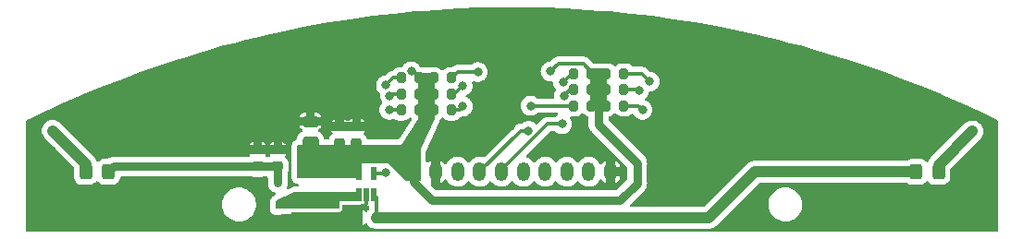
<source format=gtl>
%TF.GenerationSoftware,KiCad,Pcbnew,(6.0.6)*%
%TF.CreationDate,2022-07-17T20:06:37+03:00*%
%TF.ProjectId,Sensor,53656e73-6f72-42e6-9b69-6361645f7063,rev?*%
%TF.SameCoordinates,Original*%
%TF.FileFunction,Copper,L1,Top*%
%TF.FilePolarity,Positive*%
%FSLAX46Y46*%
G04 Gerber Fmt 4.6, Leading zero omitted, Abs format (unit mm)*
G04 Created by KiCad (PCBNEW (6.0.6)) date 2022-07-17 20:06:37*
%MOMM*%
%LPD*%
G01*
G04 APERTURE LIST*
G04 Aperture macros list*
%AMRoundRect*
0 Rectangle with rounded corners*
0 $1 Rounding radius*
0 $2 $3 $4 $5 $6 $7 $8 $9 X,Y pos of 4 corners*
0 Add a 4 corners polygon primitive as box body*
4,1,4,$2,$3,$4,$5,$6,$7,$8,$9,$2,$3,0*
0 Add four circle primitives for the rounded corners*
1,1,$1+$1,$2,$3*
1,1,$1+$1,$4,$5*
1,1,$1+$1,$6,$7*
1,1,$1+$1,$8,$9*
0 Add four rect primitives between the rounded corners*
20,1,$1+$1,$2,$3,$4,$5,0*
20,1,$1+$1,$4,$5,$6,$7,0*
20,1,$1+$1,$6,$7,$8,$9,0*
20,1,$1+$1,$8,$9,$2,$3,0*%
G04 Aperture macros list end*
%TA.AperFunction,SMDPad,CuDef*%
%ADD10RoundRect,0.250000X-0.475000X0.250000X-0.475000X-0.250000X0.475000X-0.250000X0.475000X0.250000X0*%
%TD*%
%TA.AperFunction,SMDPad,CuDef*%
%ADD11RoundRect,0.225000X0.250000X-0.225000X0.250000X0.225000X-0.250000X0.225000X-0.250000X-0.225000X0*%
%TD*%
%TA.AperFunction,SMDPad,CuDef*%
%ADD12R,0.450000X0.600000*%
%TD*%
%TA.AperFunction,SMDPad,CuDef*%
%ADD13R,3.600000X1.500000*%
%TD*%
%TA.AperFunction,SMDPad,CuDef*%
%ADD14RoundRect,0.200000X0.200000X0.275000X-0.200000X0.275000X-0.200000X-0.275000X0.200000X-0.275000X0*%
%TD*%
%TA.AperFunction,SMDPad,CuDef*%
%ADD15RoundRect,0.020000X0.180000X-0.575000X0.180000X0.575000X-0.180000X0.575000X-0.180000X-0.575000X0*%
%TD*%
%TA.AperFunction,SMDPad,CuDef*%
%ADD16RoundRect,0.250000X-0.325000X-0.450000X0.325000X-0.450000X0.325000X0.450000X-0.325000X0.450000X0*%
%TD*%
%TA.AperFunction,SMDPad,CuDef*%
%ADD17RoundRect,0.200000X-0.200000X-0.275000X0.200000X-0.275000X0.200000X0.275000X-0.200000X0.275000X0*%
%TD*%
%TA.AperFunction,ComponentPad*%
%ADD18RoundRect,0.250000X-0.350000X-0.625000X0.350000X-0.625000X0.350000X0.625000X-0.350000X0.625000X0*%
%TD*%
%TA.AperFunction,ComponentPad*%
%ADD19O,1.200000X1.750000*%
%TD*%
%TA.AperFunction,ViaPad*%
%ADD20C,0.800000*%
%TD*%
%TA.AperFunction,Conductor*%
%ADD21C,0.300000*%
%TD*%
%TA.AperFunction,Conductor*%
%ADD22C,0.800000*%
%TD*%
%TA.AperFunction,Conductor*%
%ADD23C,0.350000*%
%TD*%
%TA.AperFunction,Conductor*%
%ADD24C,1.000000*%
%TD*%
G04 APERTURE END LIST*
D10*
X151530000Y-108380000D03*
X151530000Y-110280000D03*
D11*
X148540000Y-112525000D03*
X148540000Y-110975000D03*
D12*
X148540000Y-114030000D03*
X148540000Y-116130000D03*
D13*
X152090000Y-112555000D03*
X152090000Y-115605000D03*
D14*
X157545000Y-117220000D03*
X155895000Y-117220000D03*
D15*
X155990000Y-115090000D03*
X156640000Y-115090000D03*
X157290000Y-115090000D03*
X157290000Y-113170000D03*
X155990000Y-113170000D03*
D11*
X155750000Y-110385000D03*
X155750000Y-108835000D03*
D14*
X177245000Y-104020000D03*
X175595000Y-104020000D03*
D16*
X130975000Y-113000000D03*
X133025000Y-113000000D03*
D14*
X177255000Y-106940000D03*
X175605000Y-106940000D03*
D17*
X162795000Y-104390000D03*
X164445000Y-104390000D03*
D11*
X146700000Y-112525000D03*
X146700000Y-110975000D03*
D18*
X161000000Y-113000000D03*
D19*
X163000000Y-113000000D03*
X165000000Y-113000000D03*
X167000000Y-113000000D03*
X169000000Y-113000000D03*
X171000000Y-113000000D03*
X173000000Y-113000000D03*
X175000000Y-113000000D03*
X177000000Y-113000000D03*
X179000000Y-113000000D03*
D14*
X161485000Y-104390000D03*
X159835000Y-104390000D03*
X177255000Y-105480000D03*
X175605000Y-105480000D03*
D17*
X178565000Y-105480000D03*
X180215000Y-105480000D03*
X178565000Y-104020000D03*
X180215000Y-104020000D03*
X162795000Y-105860000D03*
X164445000Y-105860000D03*
X162795000Y-107320000D03*
X164445000Y-107320000D03*
D14*
X161485000Y-107320000D03*
X159835000Y-107320000D03*
D16*
X206975000Y-113000000D03*
X209025000Y-113000000D03*
D14*
X161485000Y-105860000D03*
X159835000Y-105860000D03*
D17*
X178565000Y-106940000D03*
X180215000Y-106940000D03*
D11*
X154190000Y-110385000D03*
X154190000Y-108835000D03*
D20*
X173510000Y-103800000D03*
X160762244Y-103782859D03*
X168440000Y-102530000D03*
X181310000Y-101670000D03*
X188082000Y-110440000D03*
X144870000Y-109740000D03*
X141116666Y-109740000D03*
X184920000Y-113460000D03*
X185650000Y-102880000D03*
X142420000Y-105060000D03*
X208630000Y-117380000D03*
X157830000Y-101670000D03*
X131290000Y-115430000D03*
X135560000Y-117380000D03*
X199300000Y-107670000D03*
X198528000Y-110440000D03*
X154760000Y-101680000D03*
X182920000Y-113460000D03*
X149990000Y-103030000D03*
X127020000Y-115430000D03*
X127020000Y-117380000D03*
X203920000Y-107710000D03*
X212900000Y-115430000D03*
X153020000Y-108840000D03*
X135560000Y-115430000D03*
X178200000Y-101660000D03*
X200090000Y-115430000D03*
X182920000Y-111460000D03*
X195046000Y-110440000D03*
X190760000Y-107670000D03*
X184920000Y-111460000D03*
X145530000Y-106720000D03*
X170440000Y-102530000D03*
X150320000Y-117250000D03*
X202010000Y-110440000D03*
X184920000Y-115460000D03*
X164080000Y-101980000D03*
X154730000Y-117250000D03*
X133610000Y-109740000D03*
X186920000Y-115460000D03*
X156940000Y-108840000D03*
X182920000Y-115460000D03*
X208630000Y-115430000D03*
X134990000Y-107730000D03*
X188920000Y-113460000D03*
X169860000Y-108880000D03*
X173430000Y-100960000D03*
X195030000Y-107670000D03*
X137363333Y-109740000D03*
X170390000Y-100980000D03*
X185160000Y-105170000D03*
X204360000Y-115430000D03*
X140940000Y-106700000D03*
X200090000Y-117380000D03*
X139830000Y-117380000D03*
X204360000Y-117380000D03*
X168440000Y-104530000D03*
X165570000Y-100980000D03*
X186920000Y-113460000D03*
X139830000Y-115430000D03*
X208100000Y-110500000D03*
X196640000Y-105060000D03*
X170440000Y-104530000D03*
X192430000Y-105170000D03*
X188795000Y-105170000D03*
X212900000Y-117380000D03*
X205492000Y-110440000D03*
X165580000Y-108610000D03*
X148520000Y-104050000D03*
X151790000Y-117250000D03*
X131290000Y-117380000D03*
X149400000Y-110120000D03*
X153260000Y-117250000D03*
X186490000Y-107670000D03*
X150140000Y-108380000D03*
X189110000Y-103010000D03*
X191564000Y-110440000D03*
X127900000Y-111060000D03*
X181925000Y-107325000D03*
X181620000Y-105540000D03*
X182565000Y-104725000D03*
X174745000Y-106025000D03*
X174650000Y-104820000D03*
X171680000Y-106940000D03*
X166862500Y-103847500D03*
X165480000Y-105110000D03*
X165480000Y-107010000D03*
X158444526Y-105065474D03*
X158795000Y-106025000D03*
X158745000Y-107325000D03*
X158430000Y-113110000D03*
X127950000Y-109260000D03*
X212110000Y-109300000D03*
X174560000Y-108630000D03*
X171490000Y-109240000D03*
D21*
X176500000Y-103090000D02*
X177245000Y-103835000D01*
D22*
X162660000Y-115620000D02*
X179880000Y-115620000D01*
D21*
X160877859Y-103782859D02*
X161485000Y-104390000D01*
D22*
X179880000Y-115620000D02*
X181440000Y-114060000D01*
D21*
X174220000Y-103090000D02*
X176500000Y-103090000D01*
D22*
X181440000Y-114060000D02*
X181440000Y-112200000D01*
D21*
X173510000Y-103800000D02*
X174220000Y-103090000D01*
X160762244Y-103782859D02*
X160877859Y-103782859D01*
X177245000Y-103835000D02*
X177245000Y-104020000D01*
D22*
X177890000Y-108650000D02*
X177890000Y-104130000D01*
X161000000Y-113960000D02*
X162660000Y-115620000D01*
X161000000Y-113000000D02*
X161000000Y-113960000D01*
X181440000Y-112200000D02*
X177890000Y-108650000D01*
X148540000Y-112525000D02*
X146700000Y-112525000D01*
X146700000Y-112525000D02*
X133500000Y-112525000D01*
X133500000Y-112525000D02*
X133025000Y-113000000D01*
X148540000Y-114030000D02*
X148540000Y-112525000D01*
D21*
X180215000Y-106940000D02*
X181540000Y-106940000D01*
X181540000Y-106940000D02*
X181925000Y-107325000D01*
X180215000Y-105480000D02*
X181560000Y-105480000D01*
X181560000Y-105480000D02*
X181620000Y-105540000D01*
X181860000Y-104020000D02*
X182565000Y-104725000D01*
X180215000Y-104020000D02*
X181860000Y-104020000D01*
X175605000Y-105480000D02*
X175290000Y-105480000D01*
X175290000Y-105480000D02*
X174745000Y-106025000D01*
X175595000Y-104020000D02*
X175450000Y-104020000D01*
X175450000Y-104020000D02*
X174650000Y-104820000D01*
X175605000Y-106940000D02*
X171680000Y-106940000D01*
X164445000Y-104390000D02*
X164987500Y-103847500D01*
X164987500Y-103847500D02*
X166862500Y-103847500D01*
X164730000Y-105860000D02*
X165480000Y-105110000D01*
X164445000Y-105860000D02*
X164730000Y-105860000D01*
X164445000Y-107320000D02*
X165170000Y-107320000D01*
X165170000Y-107320000D02*
X165480000Y-107010000D01*
X159835000Y-104390000D02*
X159120000Y-104390000D01*
X159120000Y-104390000D02*
X158444526Y-105065474D01*
X159835000Y-105860000D02*
X158960000Y-105860000D01*
X158960000Y-105860000D02*
X158795000Y-106025000D01*
X159835000Y-107320000D02*
X158750000Y-107320000D01*
X158750000Y-107320000D02*
X158745000Y-107325000D01*
X157290000Y-113170000D02*
X158370000Y-113170000D01*
X158370000Y-113170000D02*
X158430000Y-113110000D01*
D23*
X157580000Y-115380000D02*
X157580000Y-117185000D01*
D24*
X192220000Y-113000000D02*
X188000000Y-117220000D01*
X188000000Y-117220000D02*
X157545000Y-117220000D01*
D23*
X157290000Y-115090000D02*
X157580000Y-115380000D01*
D24*
X206975000Y-113000000D02*
X192220000Y-113000000D01*
X130975000Y-112285000D02*
X127950000Y-109260000D01*
X130975000Y-113000000D02*
X130975000Y-112285000D01*
X209025000Y-113000000D02*
X209025000Y-112385000D01*
X209025000Y-112385000D02*
X212110000Y-109300000D01*
D21*
X169000000Y-113000000D02*
X169000000Y-112850000D01*
X173220000Y-108630000D02*
X174560000Y-108630000D01*
X169000000Y-112850000D02*
X173220000Y-108630000D01*
X170760000Y-109240000D02*
X167000000Y-113000000D01*
X171490000Y-109240000D02*
X170760000Y-109240000D01*
%TA.AperFunction,Conductor*%
G36*
X156789500Y-115702554D02*
G01*
X156795645Y-115749231D01*
X156840000Y-115844350D01*
X156840000Y-115940000D01*
X156320000Y-116650000D01*
X156320000Y-118270000D01*
X149750000Y-118270000D01*
X149750000Y-116715500D01*
X154024000Y-116715500D01*
X154027346Y-116715140D01*
X154027351Y-116715140D01*
X154085573Y-116708881D01*
X154085580Y-116708880D01*
X154088937Y-116708519D01*
X154092238Y-116707801D01*
X154139277Y-116697569D01*
X154139292Y-116697565D01*
X154141279Y-116697133D01*
X154143242Y-116696570D01*
X154143250Y-116696568D01*
X154171916Y-116688347D01*
X154171919Y-116688346D01*
X154179488Y-116686175D01*
X154195425Y-116676854D01*
X154271380Y-116632433D01*
X154271384Y-116632430D01*
X154276401Y-116629496D01*
X154330057Y-116583003D01*
X154372238Y-116538267D01*
X154376320Y-116530239D01*
X154376322Y-116530236D01*
X154420484Y-116443381D01*
X154420485Y-116443377D01*
X154423123Y-116438190D01*
X154443125Y-116370069D01*
X154446164Y-116348937D01*
X154454858Y-116288463D01*
X154455500Y-116284000D01*
X154455500Y-116141500D01*
X154475502Y-116073379D01*
X154529158Y-116026886D01*
X154581500Y-116015500D01*
X156013500Y-116015500D01*
X156016846Y-116015140D01*
X156016851Y-116015140D01*
X156075073Y-116008881D01*
X156075080Y-116008880D01*
X156078437Y-116008519D01*
X156081738Y-116007801D01*
X156128777Y-115997569D01*
X156128792Y-115997565D01*
X156130779Y-115997133D01*
X156132742Y-115996570D01*
X156132750Y-115996568D01*
X156154319Y-115990382D01*
X156189054Y-115985500D01*
X156207554Y-115985500D01*
X156254231Y-115979355D01*
X156356667Y-115931588D01*
X156436588Y-115851667D01*
X156484355Y-115749231D01*
X156490500Y-115702554D01*
X156490500Y-114480000D01*
X156789500Y-114480000D01*
X156789500Y-115702554D01*
G37*
%TD.AperFunction*%
%TA.AperFunction,Conductor*%
G36*
X162831408Y-103910395D02*
G01*
X162878260Y-103963738D01*
X162890000Y-104016848D01*
X162890000Y-108132547D01*
X162878581Y-108184962D01*
X161658870Y-110851307D01*
X161600000Y-110980000D01*
X159590000Y-110990000D01*
X159883169Y-110530000D01*
X161400000Y-108150000D01*
X161400000Y-104025157D01*
X161420002Y-103957036D01*
X161473658Y-103910543D01*
X161525154Y-103899160D01*
X162763155Y-103890851D01*
X162831408Y-103910395D01*
G37*
%TD.AperFunction*%
%TA.AperFunction,Conductor*%
G36*
X170988733Y-97909290D02*
G01*
X172960999Y-97948112D01*
X172963393Y-97948184D01*
X174934439Y-98025809D01*
X174936867Y-98025929D01*
X175901722Y-98082964D01*
X176905964Y-98142328D01*
X176908438Y-98142498D01*
X178071587Y-98234257D01*
X178874960Y-98297634D01*
X178877394Y-98297850D01*
X180840356Y-98491646D01*
X180842798Y-98491911D01*
X182801691Y-98724314D01*
X182804139Y-98724629D01*
X184758037Y-98995533D01*
X184760382Y-98995882D01*
X186708622Y-99305195D01*
X186710975Y-99305592D01*
X188652676Y-99653173D01*
X188655054Y-99653622D01*
X190589640Y-100039368D01*
X190592003Y-100039863D01*
X192518600Y-100463604D01*
X192520926Y-100464140D01*
X194280031Y-100887500D01*
X194438734Y-100925695D01*
X194441119Y-100926294D01*
X195120762Y-101104082D01*
X196349458Y-101425498D01*
X196351850Y-101426149D01*
X198249986Y-101962810D01*
X198252364Y-101963507D01*
X200139628Y-102537438D01*
X200141941Y-102538167D01*
X200572818Y-102678521D01*
X202017496Y-103149112D01*
X202019846Y-103149903D01*
X203883004Y-103797638D01*
X203885338Y-103798475D01*
X204299653Y-103951717D01*
X205735438Y-104482769D01*
X205737657Y-104483614D01*
X207573980Y-105204205D01*
X207576266Y-105205129D01*
X209283164Y-105914007D01*
X209397955Y-105961680D01*
X209400233Y-105962653D01*
X211206700Y-106754915D01*
X211208893Y-106755903D01*
X211758596Y-107010000D01*
X212999415Y-107583563D01*
X213001656Y-107584625D01*
X214428609Y-108278630D01*
X214481120Y-108326412D01*
X214499500Y-108391940D01*
X214499500Y-118373500D01*
X214479498Y-118441621D01*
X214425842Y-118488114D01*
X214373500Y-118499500D01*
X125626500Y-118499500D01*
X125558379Y-118479498D01*
X125511886Y-118425842D01*
X125500500Y-118373500D01*
X125500500Y-116054288D01*
X143445404Y-116054288D01*
X143445985Y-116059308D01*
X143445985Y-116059312D01*
X143464186Y-116216621D01*
X143474081Y-116302140D01*
X143475460Y-116307011D01*
X143475460Y-116307014D01*
X143490293Y-116359432D01*
X143542017Y-116542219D01*
X143580811Y-116625414D01*
X143632888Y-116737093D01*
X143647462Y-116768348D01*
X143787706Y-116974710D01*
X143959138Y-117155994D01*
X144157349Y-117307538D01*
X144377239Y-117425443D01*
X144613152Y-117506674D01*
X144741099Y-117528774D01*
X144855107Y-117548467D01*
X144855113Y-117548468D01*
X144859017Y-117549142D01*
X144862978Y-117549322D01*
X144862979Y-117549322D01*
X144887503Y-117550436D01*
X144887522Y-117550436D01*
X144888922Y-117550500D01*
X145062691Y-117550500D01*
X145065199Y-117550298D01*
X145065204Y-117550298D01*
X145243661Y-117535940D01*
X145243666Y-117535939D01*
X145248702Y-117535534D01*
X145253610Y-117534329D01*
X145253613Y-117534328D01*
X145486092Y-117477225D01*
X145491006Y-117476018D01*
X145495658Y-117474043D01*
X145495662Y-117474042D01*
X145716022Y-117380505D01*
X145716023Y-117380505D01*
X145720677Y-117378529D01*
X145931808Y-117245573D01*
X146029923Y-117159073D01*
X146115168Y-117083920D01*
X146115171Y-117083917D01*
X146118965Y-117080572D01*
X146277334Y-116887770D01*
X146402840Y-116672128D01*
X146492255Y-116439195D01*
X146494025Y-116430727D01*
X146540839Y-116206636D01*
X146543278Y-116194961D01*
X146543713Y-116185397D01*
X146551931Y-116004405D01*
X146554596Y-115945712D01*
X146548374Y-115891930D01*
X146526501Y-115702890D01*
X146525919Y-115697860D01*
X146457983Y-115457781D01*
X146384744Y-115300718D01*
X146354675Y-115236234D01*
X146354673Y-115236230D01*
X146352538Y-115231652D01*
X146212294Y-115025290D01*
X146040862Y-114844006D01*
X146005327Y-114816837D01*
X145846677Y-114695540D01*
X145846676Y-114695539D01*
X145842651Y-114692462D01*
X145622761Y-114574557D01*
X145386848Y-114493326D01*
X145256418Y-114470797D01*
X145144893Y-114451533D01*
X145144887Y-114451532D01*
X145140983Y-114450858D01*
X145137022Y-114450678D01*
X145137021Y-114450678D01*
X145112497Y-114449564D01*
X145112478Y-114449564D01*
X145111078Y-114449500D01*
X144937309Y-114449500D01*
X144934801Y-114449702D01*
X144934796Y-114449702D01*
X144756339Y-114464060D01*
X144756334Y-114464061D01*
X144751298Y-114464466D01*
X144746390Y-114465671D01*
X144746387Y-114465672D01*
X144618331Y-114497126D01*
X144508994Y-114523982D01*
X144504342Y-114525957D01*
X144504338Y-114525958D01*
X144283978Y-114619495D01*
X144279323Y-114621471D01*
X144068192Y-114754427D01*
X144064398Y-114757772D01*
X143884832Y-114916080D01*
X143884829Y-114916083D01*
X143881035Y-114919428D01*
X143722666Y-115112230D01*
X143597160Y-115327872D01*
X143507745Y-115560805D01*
X143456722Y-115805039D01*
X143445404Y-116054288D01*
X125500500Y-116054288D01*
X125500500Y-109333653D01*
X126947040Y-109333653D01*
X126957868Y-109395061D01*
X126980893Y-109525636D01*
X126982336Y-109533821D01*
X127057160Y-109722805D01*
X127060659Y-109728152D01*
X127161556Y-109882339D01*
X127168455Y-109892882D01*
X127172917Y-109897838D01*
X127174097Y-109899018D01*
X129862595Y-112587515D01*
X129896621Y-112649827D01*
X129899500Y-112676610D01*
X129899500Y-113499866D01*
X129899837Y-113503112D01*
X129899837Y-113503116D01*
X129909515Y-113596383D01*
X129910359Y-113604519D01*
X129912540Y-113611055D01*
X129912540Y-113611057D01*
X129937877Y-113687001D01*
X129965744Y-113770529D01*
X130057834Y-113919345D01*
X130181689Y-114042984D01*
X130330666Y-114134814D01*
X130337614Y-114137119D01*
X130337615Y-114137119D01*
X130490241Y-114187744D01*
X130490243Y-114187745D01*
X130496772Y-114189910D01*
X130600134Y-114200500D01*
X131349866Y-114200500D01*
X131353112Y-114200163D01*
X131353116Y-114200163D01*
X131447661Y-114190353D01*
X131447665Y-114190352D01*
X131454519Y-114189641D01*
X131461055Y-114187460D01*
X131461057Y-114187460D01*
X131613581Y-114136574D01*
X131620529Y-114134256D01*
X131769345Y-114042166D01*
X131801691Y-114009764D01*
X131887812Y-113923492D01*
X131887813Y-113923491D01*
X131892984Y-113918311D01*
X131896825Y-113912079D01*
X131901188Y-113906555D01*
X131959105Y-113865492D01*
X132030028Y-113862260D01*
X132091439Y-113897885D01*
X132099021Y-113907715D01*
X132099437Y-113907385D01*
X132103980Y-113913117D01*
X132107834Y-113919345D01*
X132231689Y-114042984D01*
X132380666Y-114134814D01*
X132387614Y-114137119D01*
X132387615Y-114137119D01*
X132540241Y-114187744D01*
X132540243Y-114187745D01*
X132546772Y-114189910D01*
X132650134Y-114200500D01*
X133399866Y-114200500D01*
X133403112Y-114200163D01*
X133403116Y-114200163D01*
X133497661Y-114190353D01*
X133497665Y-114190352D01*
X133504519Y-114189641D01*
X133511055Y-114187460D01*
X133511057Y-114187460D01*
X133663581Y-114136574D01*
X133670529Y-114134256D01*
X133819345Y-114042166D01*
X133851691Y-114009764D01*
X133937813Y-113923491D01*
X133942984Y-113918311D01*
X133948359Y-113909592D01*
X133977534Y-113862260D01*
X134034814Y-113769334D01*
X134042836Y-113745148D01*
X134087744Y-113609759D01*
X134087745Y-113609757D01*
X134089910Y-113603228D01*
X134096526Y-113538657D01*
X134123368Y-113472930D01*
X134181483Y-113432148D01*
X134221870Y-113425500D01*
X146161644Y-113425500D01*
X146201312Y-113431907D01*
X146301876Y-113465263D01*
X146308712Y-113465963D01*
X146308715Y-113465964D01*
X146358797Y-113471095D01*
X146401793Y-113475500D01*
X146697700Y-113475500D01*
X146998206Y-113475499D01*
X147001450Y-113475162D01*
X147001458Y-113475162D01*
X147045880Y-113470553D01*
X147099372Y-113465003D01*
X147198367Y-113431976D01*
X147238243Y-113425500D01*
X147513500Y-113425500D01*
X147581621Y-113445502D01*
X147628114Y-113499158D01*
X147639500Y-113551500D01*
X147639500Y-114077192D01*
X147645556Y-114134814D01*
X147653057Y-114206179D01*
X147654326Y-114218256D01*
X147712821Y-114398284D01*
X147716124Y-114404006D01*
X147716125Y-114404007D01*
X147767196Y-114492465D01*
X147807467Y-114562216D01*
X147811885Y-114567123D01*
X147811886Y-114567124D01*
X147922587Y-114690069D01*
X147934129Y-114702888D01*
X148087270Y-114814151D01*
X148260197Y-114891144D01*
X148266659Y-114892518D01*
X148272941Y-114894559D01*
X148272109Y-114897121D01*
X148324059Y-114925160D01*
X148358387Y-114987306D01*
X148353667Y-115058146D01*
X148311397Y-115115188D01*
X148287586Y-115129372D01*
X148188537Y-115174445D01*
X148184439Y-115176310D01*
X148063038Y-115254156D01*
X148009229Y-115300718D01*
X148006274Y-115304126D01*
X148006272Y-115304128D01*
X147985684Y-115327872D01*
X147914748Y-115409681D01*
X147854978Y-115540559D01*
X147834976Y-115608680D01*
X147814500Y-115751095D01*
X147814500Y-116284000D01*
X147814501Y-116284007D01*
X147814501Y-116477376D01*
X147814870Y-116480770D01*
X147814870Y-116480776D01*
X147815896Y-116490217D01*
X147821149Y-116538580D01*
X147871474Y-116672824D01*
X147876854Y-116680003D01*
X147876856Y-116680006D01*
X147914895Y-116730760D01*
X147957454Y-116787546D01*
X147964635Y-116792928D01*
X148064994Y-116868144D01*
X148064997Y-116868146D01*
X148072176Y-116873526D01*
X148125879Y-116893658D01*
X148199025Y-116921079D01*
X148199027Y-116921079D01*
X148206420Y-116923851D01*
X148214270Y-116924704D01*
X148214271Y-116924704D01*
X148264217Y-116930130D01*
X148267623Y-116930500D01*
X148539960Y-116930500D01*
X148812376Y-116930499D01*
X148815770Y-116930130D01*
X148815776Y-116930130D01*
X148865721Y-116924705D01*
X148865724Y-116924704D01*
X148873580Y-116923851D01*
X148880982Y-116921076D01*
X148888662Y-116919250D01*
X148889049Y-116920876D01*
X148918696Y-116915500D01*
X149750000Y-116915500D01*
X149750000Y-118270000D01*
X156320000Y-118270000D01*
X156320000Y-117944674D01*
X156329173Y-117941235D01*
X156344767Y-117932697D01*
X156445009Y-117857570D01*
X156457570Y-117845009D01*
X156500735Y-117787414D01*
X156557594Y-117744899D01*
X156628412Y-117739873D01*
X156690706Y-117773933D01*
X156709337Y-117797708D01*
X156789703Y-117930408D01*
X156909592Y-118050297D01*
X157054617Y-118138127D01*
X157061864Y-118140398D01*
X157061866Y-118140399D01*
X157127106Y-118160844D01*
X157216406Y-118188829D01*
X157289007Y-118195500D01*
X157308863Y-118195500D01*
X157334629Y-118198163D01*
X157435144Y-118219162D01*
X157435149Y-118219163D01*
X157439880Y-118220151D01*
X157444762Y-118220407D01*
X157444871Y-118220413D01*
X157444887Y-118220413D01*
X157446539Y-118220500D01*
X187983830Y-118220500D01*
X187987349Y-118220549D01*
X188067271Y-118222782D01*
X188067274Y-118222782D01*
X188073653Y-118222960D01*
X188079938Y-118221852D01*
X188079948Y-118221851D01*
X188133066Y-118212484D01*
X188142208Y-118211215D01*
X188202216Y-118205120D01*
X188229693Y-118196509D01*
X188245479Y-118192662D01*
X188249703Y-118191917D01*
X188267535Y-118188773D01*
X188267541Y-118188771D01*
X188273821Y-118187664D01*
X188329898Y-118165462D01*
X188338601Y-118162380D01*
X188390085Y-118146246D01*
X188390089Y-118146244D01*
X188396172Y-118144338D01*
X188421342Y-118130385D01*
X188436049Y-118123433D01*
X188437303Y-118122937D01*
X188462805Y-118112840D01*
X188513277Y-118079812D01*
X188521181Y-118075044D01*
X188568363Y-118048891D01*
X188568366Y-118048889D01*
X188573944Y-118045797D01*
X188595797Y-118027067D01*
X188608800Y-118017304D01*
X188628835Y-118004193D01*
X188632882Y-118001545D01*
X188636475Y-117998310D01*
X188636479Y-117998307D01*
X188636604Y-117998194D01*
X188637838Y-117997083D01*
X188676750Y-117958171D01*
X188683848Y-117951598D01*
X188686340Y-117949462D01*
X188728271Y-117913523D01*
X188747182Y-117889143D01*
X188757647Y-117877274D01*
X190580633Y-116054288D01*
X193445404Y-116054288D01*
X193445985Y-116059308D01*
X193445985Y-116059312D01*
X193464186Y-116216621D01*
X193474081Y-116302140D01*
X193475460Y-116307011D01*
X193475460Y-116307014D01*
X193490293Y-116359432D01*
X193542017Y-116542219D01*
X193580811Y-116625414D01*
X193632888Y-116737093D01*
X193647462Y-116768348D01*
X193787706Y-116974710D01*
X193959138Y-117155994D01*
X194157349Y-117307538D01*
X194377239Y-117425443D01*
X194613152Y-117506674D01*
X194741099Y-117528774D01*
X194855107Y-117548467D01*
X194855113Y-117548468D01*
X194859017Y-117549142D01*
X194862978Y-117549322D01*
X194862979Y-117549322D01*
X194887503Y-117550436D01*
X194887522Y-117550436D01*
X194888922Y-117550500D01*
X195062691Y-117550500D01*
X195065199Y-117550298D01*
X195065204Y-117550298D01*
X195243661Y-117535940D01*
X195243666Y-117535939D01*
X195248702Y-117535534D01*
X195253610Y-117534329D01*
X195253613Y-117534328D01*
X195486092Y-117477225D01*
X195491006Y-117476018D01*
X195495658Y-117474043D01*
X195495662Y-117474042D01*
X195716022Y-117380505D01*
X195716023Y-117380505D01*
X195720677Y-117378529D01*
X195931808Y-117245573D01*
X196029923Y-117159073D01*
X196115168Y-117083920D01*
X196115171Y-117083917D01*
X196118965Y-117080572D01*
X196277334Y-116887770D01*
X196402840Y-116672128D01*
X196492255Y-116439195D01*
X196494025Y-116430727D01*
X196540839Y-116206636D01*
X196543278Y-116194961D01*
X196543713Y-116185397D01*
X196551931Y-116004405D01*
X196554596Y-115945712D01*
X196548374Y-115891930D01*
X196526501Y-115702890D01*
X196525919Y-115697860D01*
X196457983Y-115457781D01*
X196384744Y-115300718D01*
X196354675Y-115236234D01*
X196354673Y-115236230D01*
X196352538Y-115231652D01*
X196212294Y-115025290D01*
X196040862Y-114844006D01*
X196005327Y-114816837D01*
X195846677Y-114695540D01*
X195846676Y-114695539D01*
X195842651Y-114692462D01*
X195622761Y-114574557D01*
X195386848Y-114493326D01*
X195256418Y-114470797D01*
X195144893Y-114451533D01*
X195144887Y-114451532D01*
X195140983Y-114450858D01*
X195137022Y-114450678D01*
X195137021Y-114450678D01*
X195112497Y-114449564D01*
X195112478Y-114449564D01*
X195111078Y-114449500D01*
X194937309Y-114449500D01*
X194934801Y-114449702D01*
X194934796Y-114449702D01*
X194756339Y-114464060D01*
X194756334Y-114464061D01*
X194751298Y-114464466D01*
X194746390Y-114465671D01*
X194746387Y-114465672D01*
X194618331Y-114497126D01*
X194508994Y-114523982D01*
X194504342Y-114525957D01*
X194504338Y-114525958D01*
X194283978Y-114619495D01*
X194279323Y-114621471D01*
X194068192Y-114754427D01*
X194064398Y-114757772D01*
X193884832Y-114916080D01*
X193884829Y-114916083D01*
X193881035Y-114919428D01*
X193722666Y-115112230D01*
X193597160Y-115327872D01*
X193507745Y-115560805D01*
X193456722Y-115805039D01*
X193445404Y-116054288D01*
X190580633Y-116054288D01*
X190643480Y-115991441D01*
X192597515Y-114037405D01*
X192659827Y-114003379D01*
X192686610Y-114000500D01*
X206087004Y-114000500D01*
X206155125Y-114020502D01*
X206176021Y-114037326D01*
X206181689Y-114042984D01*
X206330666Y-114134814D01*
X206337614Y-114137119D01*
X206337615Y-114137119D01*
X206490241Y-114187744D01*
X206490243Y-114187745D01*
X206496772Y-114189910D01*
X206600134Y-114200500D01*
X207349866Y-114200500D01*
X207353112Y-114200163D01*
X207353116Y-114200163D01*
X207447661Y-114190353D01*
X207447665Y-114190352D01*
X207454519Y-114189641D01*
X207461055Y-114187460D01*
X207461057Y-114187460D01*
X207613581Y-114136574D01*
X207620529Y-114134256D01*
X207769345Y-114042166D01*
X207801691Y-114009764D01*
X207887812Y-113923492D01*
X207887813Y-113923491D01*
X207892984Y-113918311D01*
X207896825Y-113912079D01*
X207901188Y-113906555D01*
X207959105Y-113865492D01*
X208030028Y-113862260D01*
X208091439Y-113897885D01*
X208099021Y-113907715D01*
X208099437Y-113907385D01*
X208103980Y-113913117D01*
X208107834Y-113919345D01*
X208231689Y-114042984D01*
X208380666Y-114134814D01*
X208387614Y-114137119D01*
X208387615Y-114137119D01*
X208540241Y-114187744D01*
X208540243Y-114187745D01*
X208546772Y-114189910D01*
X208650134Y-114200500D01*
X209399866Y-114200500D01*
X209403112Y-114200163D01*
X209403116Y-114200163D01*
X209497661Y-114190353D01*
X209497665Y-114190352D01*
X209504519Y-114189641D01*
X209511055Y-114187460D01*
X209511057Y-114187460D01*
X209663581Y-114136574D01*
X209670529Y-114134256D01*
X209819345Y-114042166D01*
X209851691Y-114009764D01*
X209937813Y-113923491D01*
X209942984Y-113918311D01*
X209948359Y-113909592D01*
X209977534Y-113862260D01*
X210034814Y-113769334D01*
X210042836Y-113745148D01*
X210087744Y-113609759D01*
X210087745Y-113609757D01*
X210089910Y-113603228D01*
X210100500Y-113499866D01*
X210100500Y-112776611D01*
X210120502Y-112708490D01*
X210137405Y-112687516D01*
X212851123Y-109973797D01*
X212853381Y-109971539D01*
X212859027Y-109964617D01*
X212945539Y-109858543D01*
X212949573Y-109853597D01*
X213026062Y-109707289D01*
X213040782Y-109679132D01*
X213043742Y-109673470D01*
X213099766Y-109478087D01*
X213109697Y-109349028D01*
X213114871Y-109281789D01*
X213114871Y-109281785D01*
X213115360Y-109275429D01*
X213089885Y-109073776D01*
X213024383Y-108881363D01*
X212964914Y-108780000D01*
X212924757Y-108711554D01*
X212924755Y-108711551D01*
X212921528Y-108706051D01*
X212847140Y-108623435D01*
X212789796Y-108559748D01*
X212789793Y-108559745D01*
X212785523Y-108555003D01*
X212621923Y-108434387D01*
X212614652Y-108431027D01*
X212443200Y-108351805D01*
X212443201Y-108351805D01*
X212437411Y-108349130D01*
X212312989Y-108319947D01*
X212245733Y-108304172D01*
X212245730Y-108304172D01*
X212239524Y-108302716D01*
X212197949Y-108301555D01*
X212042729Y-108297218D01*
X212042726Y-108297218D01*
X212036347Y-108297040D01*
X211836179Y-108332336D01*
X211647195Y-108407159D01*
X211594344Y-108441744D01*
X211481167Y-108515805D01*
X211481164Y-108515808D01*
X211477118Y-108518455D01*
X211472162Y-108522917D01*
X211470982Y-108524097D01*
X208328986Y-111666094D01*
X208326464Y-111668547D01*
X208269051Y-111722840D01*
X208263720Y-111727881D01*
X208238317Y-111764160D01*
X208229120Y-111777295D01*
X208223550Y-111784660D01*
X208189834Y-111826000D01*
X208185427Y-111831403D01*
X208182472Y-111837055D01*
X208182469Y-111837060D01*
X208172092Y-111856910D01*
X208163643Y-111870807D01*
X208147137Y-111894379D01*
X208144605Y-111900230D01*
X208144599Y-111900241D01*
X208123181Y-111949736D01*
X208119205Y-111958072D01*
X208094215Y-112005872D01*
X208094212Y-112005880D01*
X208091258Y-112011530D01*
X208089500Y-112017662D01*
X208087128Y-112023592D01*
X208085110Y-112022785D01*
X208052446Y-112074336D01*
X207988056Y-112104243D01*
X207917718Y-112094590D01*
X207880306Y-112068816D01*
X207876439Y-112064955D01*
X207768311Y-111957016D01*
X207758237Y-111950806D01*
X207712320Y-111922503D01*
X207619334Y-111865186D01*
X207594383Y-111856910D01*
X207459759Y-111812256D01*
X207459757Y-111812255D01*
X207453228Y-111810090D01*
X207349866Y-111799500D01*
X206600134Y-111799500D01*
X206596888Y-111799837D01*
X206596884Y-111799837D01*
X206502339Y-111809647D01*
X206502335Y-111809648D01*
X206495481Y-111810359D01*
X206488945Y-111812540D01*
X206488943Y-111812540D01*
X206391939Y-111844903D01*
X206329471Y-111865744D01*
X206180655Y-111957834D01*
X206175482Y-111963016D01*
X206169745Y-111967563D01*
X206168842Y-111966424D01*
X206113694Y-111996598D01*
X206086806Y-111999500D01*
X192236148Y-111999500D01*
X192232630Y-111999451D01*
X192152729Y-111997219D01*
X192152726Y-111997219D01*
X192146347Y-111997041D01*
X192140057Y-111998150D01*
X192140058Y-111998150D01*
X192086944Y-112007515D01*
X192077798Y-112008784D01*
X192024130Y-112014235D01*
X192024126Y-112014236D01*
X192017784Y-112014880D01*
X191990317Y-112023488D01*
X191974518Y-112027339D01*
X191946178Y-112032336D01*
X191940245Y-112034685D01*
X191890099Y-112054539D01*
X191881396Y-112057621D01*
X191829919Y-112073753D01*
X191829917Y-112073754D01*
X191823828Y-112075662D01*
X191818249Y-112078754D01*
X191818243Y-112078757D01*
X191798648Y-112089619D01*
X191783956Y-112096564D01*
X191757195Y-112107160D01*
X191751857Y-112110653D01*
X191706728Y-112140184D01*
X191698823Y-112144952D01*
X191651644Y-112171104D01*
X191651634Y-112171111D01*
X191646056Y-112174203D01*
X191624196Y-112192939D01*
X191611204Y-112202694D01*
X191587117Y-112218456D01*
X191582162Y-112222917D01*
X191543250Y-112261829D01*
X191536152Y-112268402D01*
X191491729Y-112306477D01*
X191487822Y-112311514D01*
X191487820Y-112311516D01*
X191472818Y-112330857D01*
X191462353Y-112342726D01*
X189527920Y-114277160D01*
X187622485Y-116182595D01*
X187560173Y-116216621D01*
X187533390Y-116219500D01*
X180858189Y-116219500D01*
X180790068Y-116199498D01*
X180743575Y-116145842D01*
X180733471Y-116075568D01*
X180762965Y-116010988D01*
X180769094Y-116004405D01*
X182019621Y-114753878D01*
X182034649Y-114741041D01*
X182045871Y-114732888D01*
X182091229Y-114682513D01*
X182095770Y-114677729D01*
X182110119Y-114663380D01*
X182122901Y-114647596D01*
X182127185Y-114642580D01*
X182168112Y-114597126D01*
X182172533Y-114592216D01*
X182179466Y-114580209D01*
X182190661Y-114563920D01*
X182195229Y-114558279D01*
X182195229Y-114558278D01*
X182199383Y-114553149D01*
X182202381Y-114547266D01*
X182230151Y-114492766D01*
X182233297Y-114486971D01*
X182263879Y-114434000D01*
X182263879Y-114433999D01*
X182267179Y-114428284D01*
X182271464Y-114415097D01*
X182279027Y-114396840D01*
X182282323Y-114390371D01*
X182282324Y-114390367D01*
X182285320Y-114384488D01*
X182302862Y-114319020D01*
X182304729Y-114312719D01*
X182325674Y-114248256D01*
X182327123Y-114234467D01*
X182330726Y-114215029D01*
X182332569Y-114208149D01*
X182334312Y-114201646D01*
X182335041Y-114187744D01*
X182337858Y-114133989D01*
X182338375Y-114127415D01*
X182340156Y-114110466D01*
X182340156Y-114110464D01*
X182340500Y-114107192D01*
X182340500Y-114086867D01*
X182340673Y-114080273D01*
X182343874Y-114019204D01*
X182343874Y-114019199D01*
X182344219Y-114012612D01*
X182342051Y-113998923D01*
X182340500Y-113979213D01*
X182340500Y-112280787D01*
X182342051Y-112261076D01*
X182343187Y-112253904D01*
X182344219Y-112247388D01*
X182342999Y-112224097D01*
X182340673Y-112179727D01*
X182340500Y-112173133D01*
X182340500Y-112152808D01*
X182339931Y-112147390D01*
X182338375Y-112132585D01*
X182337858Y-112126011D01*
X182334658Y-112064955D01*
X182334658Y-112064954D01*
X182334312Y-112058354D01*
X182330726Y-112044971D01*
X182327123Y-112025533D01*
X182326364Y-112018312D01*
X182325674Y-112011744D01*
X182304729Y-111947281D01*
X182302860Y-111940973D01*
X182301537Y-111936034D01*
X182285320Y-111875512D01*
X182282308Y-111869600D01*
X182279027Y-111863160D01*
X182271464Y-111844903D01*
X182270233Y-111841116D01*
X182267179Y-111831716D01*
X182261682Y-111822195D01*
X182233297Y-111773029D01*
X182230151Y-111767234D01*
X182202381Y-111712734D01*
X182202379Y-111712731D01*
X182199383Y-111706851D01*
X182190661Y-111696080D01*
X182179466Y-111679791D01*
X182172533Y-111667784D01*
X182146288Y-111638636D01*
X182127185Y-111617420D01*
X182122901Y-111612404D01*
X182112195Y-111599184D01*
X182110119Y-111596620D01*
X182095770Y-111582271D01*
X182091229Y-111577487D01*
X182050286Y-111532015D01*
X182050284Y-111532014D01*
X182045871Y-111527112D01*
X182034649Y-111518959D01*
X182019621Y-111506122D01*
X178827405Y-108313906D01*
X178793379Y-108251594D01*
X178790500Y-108224811D01*
X178790500Y-108032022D01*
X178810502Y-107963901D01*
X178864158Y-107917408D01*
X178889502Y-107909205D01*
X178893594Y-107908829D01*
X179012040Y-107871710D01*
X179048134Y-107860399D01*
X179048136Y-107860398D01*
X179055383Y-107858127D01*
X179200408Y-107770297D01*
X179300905Y-107669800D01*
X179363217Y-107635774D01*
X179434032Y-107640839D01*
X179479095Y-107669800D01*
X179579592Y-107770297D01*
X179724617Y-107858127D01*
X179731864Y-107860398D01*
X179731866Y-107860399D01*
X179757573Y-107868455D01*
X179886406Y-107908829D01*
X179959007Y-107915500D01*
X179961905Y-107915500D01*
X180215664Y-107915499D01*
X180470992Y-107915499D01*
X180473850Y-107915236D01*
X180473859Y-107915236D01*
X180509243Y-107911985D01*
X180543594Y-107908829D01*
X180621116Y-107884535D01*
X180698134Y-107860399D01*
X180698136Y-107860398D01*
X180705383Y-107858127D01*
X180850408Y-107770297D01*
X180919339Y-107701366D01*
X180981651Y-107667340D01*
X181052466Y-107672405D01*
X181109302Y-107714952D01*
X181117553Y-107727461D01*
X181124982Y-107740329D01*
X181192467Y-107857216D01*
X181196885Y-107862123D01*
X181196886Y-107862124D01*
X181314088Y-107992289D01*
X181319129Y-107997888D01*
X181324468Y-108001767D01*
X181456625Y-108097784D01*
X181472270Y-108109151D01*
X181645197Y-108186144D01*
X181743212Y-108206978D01*
X181823897Y-108224128D01*
X181823901Y-108224128D01*
X181830354Y-108225500D01*
X182019646Y-108225500D01*
X182026099Y-108224128D01*
X182026103Y-108224128D01*
X182106788Y-108206978D01*
X182204803Y-108186144D01*
X182377730Y-108109151D01*
X182393376Y-108097784D01*
X182525532Y-108001767D01*
X182530871Y-107997888D01*
X182535913Y-107992289D01*
X182653114Y-107862124D01*
X182653115Y-107862123D01*
X182657533Y-107857216D01*
X182708548Y-107768856D01*
X182748875Y-107699007D01*
X182748876Y-107699006D01*
X182752179Y-107693284D01*
X182810674Y-107513256D01*
X182814988Y-107472216D01*
X182829770Y-107331565D01*
X182830460Y-107325000D01*
X182810674Y-107136744D01*
X182752179Y-106956716D01*
X182657533Y-106792784D01*
X182623422Y-106754900D01*
X182535286Y-106657015D01*
X182535284Y-106657014D01*
X182530871Y-106652112D01*
X182418415Y-106570408D01*
X182383072Y-106544730D01*
X182383071Y-106544729D01*
X182377730Y-106540849D01*
X182204803Y-106463856D01*
X182205825Y-106461561D01*
X182156564Y-106427876D01*
X182128928Y-106362479D01*
X182141036Y-106292523D01*
X182180046Y-106246182D01*
X182220532Y-106216767D01*
X182225871Y-106212888D01*
X182277230Y-106155849D01*
X182348114Y-106077124D01*
X182348115Y-106077123D01*
X182352533Y-106072216D01*
X182447179Y-105908284D01*
X182505674Y-105728256D01*
X182506079Y-105724407D01*
X182539328Y-105662827D01*
X182601478Y-105628507D01*
X182628843Y-105625500D01*
X182659646Y-105625500D01*
X182666099Y-105624128D01*
X182666103Y-105624128D01*
X182767392Y-105602598D01*
X182844803Y-105586144D01*
X183017730Y-105509151D01*
X183040258Y-105492784D01*
X183165532Y-105401767D01*
X183170871Y-105397888D01*
X183211995Y-105352216D01*
X183293114Y-105262124D01*
X183293115Y-105262123D01*
X183297533Y-105257216D01*
X183307768Y-105239488D01*
X183388875Y-105099007D01*
X183388876Y-105099006D01*
X183392179Y-105093284D01*
X183450674Y-104913256D01*
X183455122Y-104870940D01*
X183469770Y-104731565D01*
X183470460Y-104725000D01*
X183455249Y-104580270D01*
X183451364Y-104543307D01*
X183451364Y-104543305D01*
X183450674Y-104536744D01*
X183392179Y-104356716D01*
X183297533Y-104192784D01*
X183272493Y-104164974D01*
X183175286Y-104057015D01*
X183175284Y-104057014D01*
X183170871Y-104052112D01*
X183091621Y-103994534D01*
X183023072Y-103944730D01*
X183023071Y-103944729D01*
X183017730Y-103940849D01*
X182844803Y-103863856D01*
X182742975Y-103842212D01*
X182666103Y-103825872D01*
X182666099Y-103825872D01*
X182659646Y-103824500D01*
X182636636Y-103824500D01*
X182568515Y-103804498D01*
X182547541Y-103787595D01*
X182377248Y-103617302D01*
X182369407Y-103608685D01*
X182365202Y-103602060D01*
X182314183Y-103554150D01*
X182311342Y-103551396D01*
X182291035Y-103531089D01*
X182287904Y-103528660D01*
X182287898Y-103528655D01*
X182287623Y-103528442D01*
X182278610Y-103520745D01*
X182245393Y-103489552D01*
X182236071Y-103484427D01*
X182226934Y-103479404D01*
X182210410Y-103468550D01*
X182200027Y-103460496D01*
X182200026Y-103460495D01*
X182193764Y-103455638D01*
X182151952Y-103437545D01*
X182141307Y-103432330D01*
X182101368Y-103410373D01*
X182093689Y-103408402D01*
X182093688Y-103408401D01*
X182080959Y-103405133D01*
X182062250Y-103398727D01*
X182050200Y-103393512D01*
X182050195Y-103393510D01*
X182042926Y-103390365D01*
X181997930Y-103383238D01*
X181986310Y-103380831D01*
X181949860Y-103371472D01*
X181949855Y-103371471D01*
X181942177Y-103369500D01*
X181921116Y-103369500D01*
X181901404Y-103367949D01*
X181900098Y-103367742D01*
X181880595Y-103364653D01*
X181872704Y-103365399D01*
X181835235Y-103368941D01*
X181823377Y-103369500D01*
X181077429Y-103369500D01*
X181009308Y-103349498D01*
X180978276Y-103321247D01*
X180974232Y-103316090D01*
X180970297Y-103309592D01*
X180850408Y-103189703D01*
X180705383Y-103101873D01*
X180698136Y-103099602D01*
X180698134Y-103099601D01*
X180632894Y-103079156D01*
X180543594Y-103051171D01*
X180470993Y-103044500D01*
X180468095Y-103044500D01*
X180214336Y-103044501D01*
X179959008Y-103044501D01*
X179956150Y-103044764D01*
X179956141Y-103044764D01*
X179920757Y-103048015D01*
X179886406Y-103051171D01*
X179880028Y-103053170D01*
X179880027Y-103053170D01*
X179731866Y-103099601D01*
X179731864Y-103099602D01*
X179724617Y-103101873D01*
X179579592Y-103189703D01*
X179479095Y-103290200D01*
X179416783Y-103324226D01*
X179345968Y-103319161D01*
X179300905Y-103290200D01*
X179200408Y-103189703D01*
X179055383Y-103101873D01*
X179048136Y-103099602D01*
X179048134Y-103099601D01*
X178982894Y-103079156D01*
X178893594Y-103051171D01*
X178820993Y-103044500D01*
X178818095Y-103044500D01*
X178514427Y-103044501D01*
X178514003Y-103044501D01*
X178514000Y-103044500D01*
X177426636Y-103044500D01*
X177358515Y-103024498D01*
X177337541Y-103007595D01*
X177017248Y-102687302D01*
X177009407Y-102678685D01*
X177005202Y-102672060D01*
X176954183Y-102624150D01*
X176951342Y-102621396D01*
X176931035Y-102601089D01*
X176927904Y-102598660D01*
X176927898Y-102598655D01*
X176927623Y-102598442D01*
X176918610Y-102590745D01*
X176885393Y-102559552D01*
X176876071Y-102554427D01*
X176866934Y-102549404D01*
X176850410Y-102538550D01*
X176840027Y-102530496D01*
X176840026Y-102530495D01*
X176833764Y-102525638D01*
X176791952Y-102507545D01*
X176781307Y-102502330D01*
X176741368Y-102480373D01*
X176733689Y-102478402D01*
X176733688Y-102478401D01*
X176720959Y-102475133D01*
X176702250Y-102468727D01*
X176690200Y-102463512D01*
X176690195Y-102463510D01*
X176682926Y-102460365D01*
X176637930Y-102453238D01*
X176626310Y-102450831D01*
X176589860Y-102441472D01*
X176589855Y-102441471D01*
X176582177Y-102439500D01*
X176561116Y-102439500D01*
X176541404Y-102437949D01*
X176536928Y-102437240D01*
X176520595Y-102434653D01*
X176512704Y-102435399D01*
X176475235Y-102438941D01*
X176463377Y-102439500D01*
X174301001Y-102439500D01*
X174289360Y-102438951D01*
X174281704Y-102437240D01*
X174213355Y-102439388D01*
X174211756Y-102439438D01*
X174207799Y-102439500D01*
X174179075Y-102439500D01*
X174174812Y-102440038D01*
X174162983Y-102440970D01*
X174117431Y-102442402D01*
X174097193Y-102448281D01*
X174077840Y-102452289D01*
X174074227Y-102452745D01*
X174064808Y-102453935D01*
X174064806Y-102453935D01*
X174056942Y-102454929D01*
X174049570Y-102457848D01*
X174049569Y-102457848D01*
X174014584Y-102471699D01*
X174003354Y-102475544D01*
X173967212Y-102486044D01*
X173959602Y-102488255D01*
X173952783Y-102492288D01*
X173952778Y-102492290D01*
X173941467Y-102498980D01*
X173923708Y-102507680D01*
X173911504Y-102512512D01*
X173904129Y-102515432D01*
X173897715Y-102520092D01*
X173867273Y-102542209D01*
X173857353Y-102548725D01*
X173818135Y-102571919D01*
X173803242Y-102586812D01*
X173788208Y-102599653D01*
X173771163Y-102612037D01*
X173766110Y-102618145D01*
X173742121Y-102647143D01*
X173734131Y-102655923D01*
X173527459Y-102862595D01*
X173465147Y-102896621D01*
X173438364Y-102899500D01*
X173415354Y-102899500D01*
X173408901Y-102900872D01*
X173408897Y-102900872D01*
X173328212Y-102918022D01*
X173230197Y-102938856D01*
X173057270Y-103015849D01*
X173051929Y-103019729D01*
X173051928Y-103019730D01*
X172986550Y-103067230D01*
X172904129Y-103127112D01*
X172899716Y-103132014D01*
X172899714Y-103132015D01*
X172787644Y-103256481D01*
X172777467Y-103267784D01*
X172774164Y-103273505D01*
X172692761Y-103414500D01*
X172682821Y-103431716D01*
X172624326Y-103611744D01*
X172623636Y-103618305D01*
X172623636Y-103618307D01*
X172609277Y-103754929D01*
X172604540Y-103800000D01*
X172605230Y-103806565D01*
X172617100Y-103919500D01*
X172624326Y-103988256D01*
X172682821Y-104168284D01*
X172686124Y-104174006D01*
X172686125Y-104174007D01*
X172706616Y-104209499D01*
X172777467Y-104332216D01*
X172781885Y-104337123D01*
X172781886Y-104337124D01*
X172831825Y-104392586D01*
X172904129Y-104472888D01*
X172909468Y-104476767D01*
X173048507Y-104577784D01*
X173057270Y-104584151D01*
X173230197Y-104661144D01*
X173328212Y-104681978D01*
X173408897Y-104699128D01*
X173408901Y-104699128D01*
X173415354Y-104700500D01*
X173604646Y-104700500D01*
X173607431Y-104699908D01*
X173675897Y-104712429D01*
X173727744Y-104760930D01*
X173743892Y-104820068D01*
X173744540Y-104820000D01*
X173745230Y-104826565D01*
X173753652Y-104906693D01*
X173764326Y-105008256D01*
X173822821Y-105188284D01*
X173917467Y-105352216D01*
X173921885Y-105357123D01*
X173921886Y-105357124D01*
X173963545Y-105403391D01*
X173994263Y-105467398D01*
X173985498Y-105537852D01*
X173979029Y-105550700D01*
X173917821Y-105656716D01*
X173859326Y-105836744D01*
X173858636Y-105843305D01*
X173858636Y-105843307D01*
X173846093Y-105962654D01*
X173839540Y-106025000D01*
X173840230Y-106031565D01*
X173852712Y-106150330D01*
X173839940Y-106220168D01*
X173791437Y-106272015D01*
X173727402Y-106289500D01*
X172357625Y-106289500D01*
X172283564Y-106265436D01*
X172138072Y-106159730D01*
X172138071Y-106159729D01*
X172132730Y-106155849D01*
X171959803Y-106078856D01*
X171861788Y-106058022D01*
X171781103Y-106040872D01*
X171781099Y-106040872D01*
X171774646Y-106039500D01*
X171585354Y-106039500D01*
X171578901Y-106040872D01*
X171578897Y-106040872D01*
X171498212Y-106058022D01*
X171400197Y-106078856D01*
X171227270Y-106155849D01*
X171074129Y-106267112D01*
X171069716Y-106272014D01*
X171069714Y-106272015D01*
X171006686Y-106342015D01*
X170947467Y-106407784D01*
X170944164Y-106413505D01*
X170861193Y-106557216D01*
X170852821Y-106571716D01*
X170794326Y-106751744D01*
X170793636Y-106758305D01*
X170793636Y-106758307D01*
X170789411Y-106798505D01*
X170774540Y-106940000D01*
X170794326Y-107128256D01*
X170852821Y-107308284D01*
X170947467Y-107472216D01*
X170951885Y-107477123D01*
X170951886Y-107477124D01*
X171056973Y-107593834D01*
X171074129Y-107612888D01*
X171079468Y-107616767D01*
X171214609Y-107714952D01*
X171227270Y-107724151D01*
X171400197Y-107801144D01*
X171498212Y-107821978D01*
X171578897Y-107839128D01*
X171578901Y-107839128D01*
X171585354Y-107840500D01*
X171774646Y-107840500D01*
X171781099Y-107839128D01*
X171781103Y-107839128D01*
X171861788Y-107821978D01*
X171959803Y-107801144D01*
X172132730Y-107724151D01*
X172145392Y-107714952D01*
X172283564Y-107614564D01*
X172357625Y-107590500D01*
X174088011Y-107590500D01*
X174156132Y-107610502D01*
X174202625Y-107664158D01*
X174212729Y-107734432D01*
X174183235Y-107799012D01*
X174139264Y-107831604D01*
X174107270Y-107845849D01*
X174101929Y-107849729D01*
X174101928Y-107849730D01*
X174021071Y-107908476D01*
X173986827Y-107933356D01*
X173956436Y-107955436D01*
X173882375Y-107979500D01*
X173300999Y-107979500D01*
X173289359Y-107978951D01*
X173281703Y-107977240D01*
X173273780Y-107977489D01*
X173211769Y-107979438D01*
X173207811Y-107979500D01*
X173179075Y-107979500D01*
X173175140Y-107979997D01*
X173174807Y-107980039D01*
X173162972Y-107980971D01*
X173117430Y-107982403D01*
X173109813Y-107984616D01*
X173097208Y-107988278D01*
X173077844Y-107992289D01*
X173075665Y-107992564D01*
X173064806Y-107993935D01*
X173064801Y-107993936D01*
X173056942Y-107994929D01*
X173014574Y-108011703D01*
X173003361Y-108015542D01*
X172974570Y-108023907D01*
X172959601Y-108028256D01*
X172941466Y-108038981D01*
X172923712Y-108047678D01*
X172919109Y-108049501D01*
X172911498Y-108052514D01*
X172911496Y-108052515D01*
X172904129Y-108055432D01*
X172886459Y-108068270D01*
X172867269Y-108082212D01*
X172857352Y-108088726D01*
X172818135Y-108111919D01*
X172803242Y-108126812D01*
X172788208Y-108139653D01*
X172771163Y-108152037D01*
X172766110Y-108158145D01*
X172742121Y-108187143D01*
X172734131Y-108195923D01*
X172316295Y-108613759D01*
X172253983Y-108647785D01*
X172183168Y-108642720D01*
X172133565Y-108608976D01*
X172095871Y-108567112D01*
X172090529Y-108563231D01*
X172090527Y-108563229D01*
X171948072Y-108459730D01*
X171948071Y-108459729D01*
X171942730Y-108455849D01*
X171769803Y-108378856D01*
X171670948Y-108357844D01*
X171591103Y-108340872D01*
X171591099Y-108340872D01*
X171584646Y-108339500D01*
X171395354Y-108339500D01*
X171388901Y-108340872D01*
X171388897Y-108340872D01*
X171309052Y-108357844D01*
X171210197Y-108378856D01*
X171037270Y-108455849D01*
X171031929Y-108459729D01*
X171031928Y-108459730D01*
X170889355Y-108563315D01*
X170819252Y-108587317D01*
X170751770Y-108589438D01*
X170747812Y-108589500D01*
X170719075Y-108589500D01*
X170714804Y-108590039D01*
X170702976Y-108590971D01*
X170657431Y-108592403D01*
X170649817Y-108594615D01*
X170649812Y-108594616D01*
X170637208Y-108598278D01*
X170617844Y-108602289D01*
X170596942Y-108604929D01*
X170589571Y-108607848D01*
X170589569Y-108607848D01*
X170554580Y-108621702D01*
X170543369Y-108625541D01*
X170499602Y-108638256D01*
X170483489Y-108647785D01*
X170481467Y-108648981D01*
X170463719Y-108657676D01*
X170444129Y-108665432D01*
X170407262Y-108692218D01*
X170397354Y-108698725D01*
X170364958Y-108717883D01*
X170364953Y-108717887D01*
X170358135Y-108721919D01*
X170343242Y-108736812D01*
X170328208Y-108749653D01*
X170311163Y-108762037D01*
X170306110Y-108768145D01*
X170282121Y-108797143D01*
X170274131Y-108805923D01*
X167441826Y-111638228D01*
X167379514Y-111672254D01*
X167311398Y-111668161D01*
X167267491Y-111652914D01*
X167267489Y-111652913D01*
X167261826Y-111650947D01*
X167255891Y-111650086D01*
X167255889Y-111650086D01*
X167059944Y-111621675D01*
X167059941Y-111621675D01*
X167054004Y-111620814D01*
X166844233Y-111630523D01*
X166741006Y-111655401D01*
X166645915Y-111678318D01*
X166645913Y-111678319D01*
X166640082Y-111679724D01*
X166634624Y-111682206D01*
X166634620Y-111682207D01*
X166525759Y-111731703D01*
X166448919Y-111766640D01*
X166277640Y-111888137D01*
X166132425Y-112039831D01*
X166129174Y-112044866D01*
X166105892Y-112080923D01*
X166052136Y-112127301D01*
X165981841Y-112137254D01*
X165917323Y-112107622D01*
X165900954Y-112090408D01*
X165804282Y-111967338D01*
X165804278Y-111967333D01*
X165800576Y-111962621D01*
X165795334Y-111958072D01*
X165646502Y-111828921D01*
X165646497Y-111828917D01*
X165641971Y-111824990D01*
X165460201Y-111719834D01*
X165312509Y-111668547D01*
X165267491Y-111652914D01*
X165267489Y-111652914D01*
X165261826Y-111650947D01*
X165255891Y-111650086D01*
X165255889Y-111650086D01*
X165059944Y-111621675D01*
X165059941Y-111621675D01*
X165054004Y-111620814D01*
X164844233Y-111630523D01*
X164741006Y-111655401D01*
X164645915Y-111678318D01*
X164645913Y-111678319D01*
X164640082Y-111679724D01*
X164634624Y-111682206D01*
X164634620Y-111682207D01*
X164525759Y-111731703D01*
X164448919Y-111766640D01*
X164277640Y-111888137D01*
X164132425Y-112039831D01*
X164129174Y-112044866D01*
X164029780Y-112198800D01*
X164018515Y-112216246D01*
X164016275Y-112221805D01*
X164016271Y-112221812D01*
X164002956Y-112254852D01*
X163958941Y-112310558D01*
X163891796Y-112333625D01*
X163822839Y-112316728D01*
X163776971Y-112270754D01*
X163735429Y-112198801D01*
X163727707Y-112188172D01*
X163609949Y-112057389D01*
X163600195Y-112048607D01*
X163457821Y-111945165D01*
X163446449Y-111938599D01*
X163416551Y-111925288D01*
X163402573Y-111923414D01*
X163400000Y-111927502D01*
X163400000Y-114063966D01*
X163403973Y-114077497D01*
X163408753Y-114078184D01*
X163446444Y-114061402D01*
X163457819Y-114054835D01*
X163600195Y-113951393D01*
X163609949Y-113942611D01*
X163727707Y-113811828D01*
X163735429Y-113801199D01*
X163777334Y-113728618D01*
X163828717Y-113679625D01*
X163898430Y-113666189D01*
X163964341Y-113692576D01*
X163998469Y-113733926D01*
X164004090Y-113744840D01*
X164065245Y-113863579D01*
X164069705Y-113872239D01*
X164101815Y-113913117D01*
X164195718Y-114032662D01*
X164195722Y-114032667D01*
X164199424Y-114037379D01*
X164203954Y-114041310D01*
X164203955Y-114041311D01*
X164353498Y-114171079D01*
X164353503Y-114171083D01*
X164358029Y-114175010D01*
X164539799Y-114280166D01*
X164563318Y-114288333D01*
X164732509Y-114347086D01*
X164732511Y-114347086D01*
X164738174Y-114349053D01*
X164744109Y-114349914D01*
X164744111Y-114349914D01*
X164940056Y-114378325D01*
X164940059Y-114378325D01*
X164945996Y-114379186D01*
X165155767Y-114369477D01*
X165287547Y-114337718D01*
X165354085Y-114321682D01*
X165354087Y-114321681D01*
X165359918Y-114320276D01*
X165365376Y-114317794D01*
X165365380Y-114317793D01*
X165513953Y-114250241D01*
X165551081Y-114233360D01*
X165722360Y-114111863D01*
X165867575Y-113960169D01*
X165891258Y-113923491D01*
X165894108Y-113919077D01*
X165947864Y-113872699D01*
X166018159Y-113862746D01*
X166082677Y-113892378D01*
X166099046Y-113909592D01*
X166195718Y-114032662D01*
X166195722Y-114032667D01*
X166199424Y-114037379D01*
X166203954Y-114041310D01*
X166203955Y-114041311D01*
X166353498Y-114171079D01*
X166353503Y-114171083D01*
X166358029Y-114175010D01*
X166539799Y-114280166D01*
X166563318Y-114288333D01*
X166732509Y-114347086D01*
X166732511Y-114347086D01*
X166738174Y-114349053D01*
X166744109Y-114349914D01*
X166744111Y-114349914D01*
X166940056Y-114378325D01*
X166940059Y-114378325D01*
X166945996Y-114379186D01*
X167155767Y-114369477D01*
X167287547Y-114337718D01*
X167354085Y-114321682D01*
X167354087Y-114321681D01*
X167359918Y-114320276D01*
X167365376Y-114317794D01*
X167365380Y-114317793D01*
X167513953Y-114250241D01*
X167551081Y-114233360D01*
X167722360Y-114111863D01*
X167867575Y-113960169D01*
X167891258Y-113923491D01*
X167894108Y-113919077D01*
X167947864Y-113872699D01*
X168018159Y-113862746D01*
X168082677Y-113892378D01*
X168099046Y-113909592D01*
X168195718Y-114032662D01*
X168195722Y-114032667D01*
X168199424Y-114037379D01*
X168203954Y-114041310D01*
X168203955Y-114041311D01*
X168353498Y-114171079D01*
X168353503Y-114171083D01*
X168358029Y-114175010D01*
X168539799Y-114280166D01*
X168563318Y-114288333D01*
X168732509Y-114347086D01*
X168732511Y-114347086D01*
X168738174Y-114349053D01*
X168744109Y-114349914D01*
X168744111Y-114349914D01*
X168940056Y-114378325D01*
X168940059Y-114378325D01*
X168945996Y-114379186D01*
X169155767Y-114369477D01*
X169287547Y-114337718D01*
X169354085Y-114321682D01*
X169354087Y-114321681D01*
X169359918Y-114320276D01*
X169365376Y-114317794D01*
X169365380Y-114317793D01*
X169513953Y-114250241D01*
X169551081Y-114233360D01*
X169722360Y-114111863D01*
X169867575Y-113960169D01*
X169891258Y-113923491D01*
X169894108Y-113919077D01*
X169947864Y-113872699D01*
X170018159Y-113862746D01*
X170082677Y-113892378D01*
X170099046Y-113909592D01*
X170195718Y-114032662D01*
X170195722Y-114032667D01*
X170199424Y-114037379D01*
X170203954Y-114041310D01*
X170203955Y-114041311D01*
X170353498Y-114171079D01*
X170353503Y-114171083D01*
X170358029Y-114175010D01*
X170539799Y-114280166D01*
X170563318Y-114288333D01*
X170732509Y-114347086D01*
X170732511Y-114347086D01*
X170738174Y-114349053D01*
X170744109Y-114349914D01*
X170744111Y-114349914D01*
X170940056Y-114378325D01*
X170940059Y-114378325D01*
X170945996Y-114379186D01*
X171155767Y-114369477D01*
X171287547Y-114337718D01*
X171354085Y-114321682D01*
X171354087Y-114321681D01*
X171359918Y-114320276D01*
X171365376Y-114317794D01*
X171365380Y-114317793D01*
X171513953Y-114250241D01*
X171551081Y-114233360D01*
X171722360Y-114111863D01*
X171867575Y-113960169D01*
X171891258Y-113923491D01*
X171894108Y-113919077D01*
X171947864Y-113872699D01*
X172018159Y-113862746D01*
X172082677Y-113892378D01*
X172099046Y-113909592D01*
X172195718Y-114032662D01*
X172195722Y-114032667D01*
X172199424Y-114037379D01*
X172203954Y-114041310D01*
X172203955Y-114041311D01*
X172353498Y-114171079D01*
X172353503Y-114171083D01*
X172358029Y-114175010D01*
X172539799Y-114280166D01*
X172563318Y-114288333D01*
X172732509Y-114347086D01*
X172732511Y-114347086D01*
X172738174Y-114349053D01*
X172744109Y-114349914D01*
X172744111Y-114349914D01*
X172940056Y-114378325D01*
X172940059Y-114378325D01*
X172945996Y-114379186D01*
X173155767Y-114369477D01*
X173287547Y-114337718D01*
X173354085Y-114321682D01*
X173354087Y-114321681D01*
X173359918Y-114320276D01*
X173365376Y-114317794D01*
X173365380Y-114317793D01*
X173513953Y-114250241D01*
X173551081Y-114233360D01*
X173722360Y-114111863D01*
X173867575Y-113960169D01*
X173891258Y-113923491D01*
X173894108Y-113919077D01*
X173947864Y-113872699D01*
X174018159Y-113862746D01*
X174082677Y-113892378D01*
X174099046Y-113909592D01*
X174195718Y-114032662D01*
X174195722Y-114032667D01*
X174199424Y-114037379D01*
X174203954Y-114041310D01*
X174203955Y-114041311D01*
X174353498Y-114171079D01*
X174353503Y-114171083D01*
X174358029Y-114175010D01*
X174539799Y-114280166D01*
X174563318Y-114288333D01*
X174732509Y-114347086D01*
X174732511Y-114347086D01*
X174738174Y-114349053D01*
X174744109Y-114349914D01*
X174744111Y-114349914D01*
X174940056Y-114378325D01*
X174940059Y-114378325D01*
X174945996Y-114379186D01*
X175155767Y-114369477D01*
X175287547Y-114337718D01*
X175354085Y-114321682D01*
X175354087Y-114321681D01*
X175359918Y-114320276D01*
X175365376Y-114317794D01*
X175365380Y-114317793D01*
X175513953Y-114250241D01*
X175551081Y-114233360D01*
X175722360Y-114111863D01*
X175867575Y-113960169D01*
X175891258Y-113923491D01*
X175894108Y-113919077D01*
X175947864Y-113872699D01*
X176018159Y-113862746D01*
X176082677Y-113892378D01*
X176099046Y-113909592D01*
X176195718Y-114032662D01*
X176195722Y-114032667D01*
X176199424Y-114037379D01*
X176203954Y-114041310D01*
X176203955Y-114041311D01*
X176353498Y-114171079D01*
X176353503Y-114171083D01*
X176358029Y-114175010D01*
X176539799Y-114280166D01*
X176563318Y-114288333D01*
X176732509Y-114347086D01*
X176732511Y-114347086D01*
X176738174Y-114349053D01*
X176744109Y-114349914D01*
X176744111Y-114349914D01*
X176940056Y-114378325D01*
X176940059Y-114378325D01*
X176945996Y-114379186D01*
X177155767Y-114369477D01*
X177287547Y-114337718D01*
X177354085Y-114321682D01*
X177354087Y-114321681D01*
X177359918Y-114320276D01*
X177365376Y-114317794D01*
X177365380Y-114317793D01*
X177513953Y-114250241D01*
X177551081Y-114233360D01*
X177722360Y-114111863D01*
X177867575Y-113960169D01*
X177912708Y-113890270D01*
X177978233Y-113788791D01*
X177978234Y-113788788D01*
X177981485Y-113783754D01*
X177983725Y-113778195D01*
X177983729Y-113778188D01*
X177997044Y-113745148D01*
X178041059Y-113689442D01*
X178108204Y-113666375D01*
X178177161Y-113683272D01*
X178223029Y-113729246D01*
X178264571Y-113801199D01*
X178272293Y-113811828D01*
X178390051Y-113942611D01*
X178399805Y-113951393D01*
X178542179Y-114054835D01*
X178553551Y-114061401D01*
X178583449Y-114074712D01*
X178597427Y-114076586D01*
X178600000Y-114072498D01*
X178600000Y-114063966D01*
X179400000Y-114063966D01*
X179403973Y-114077497D01*
X179408753Y-114078184D01*
X179446444Y-114061402D01*
X179457819Y-114054835D01*
X179600195Y-113951393D01*
X179609949Y-113942611D01*
X179727707Y-113811828D01*
X179735429Y-113801200D01*
X179823416Y-113648800D01*
X179828760Y-113636798D01*
X179883140Y-113469434D01*
X179885872Y-113456581D01*
X179889926Y-113418016D01*
X179887246Y-113403364D01*
X179874926Y-113400000D01*
X179418115Y-113400000D01*
X179402876Y-113404475D01*
X179401671Y-113405865D01*
X179400000Y-113413548D01*
X179400000Y-114063966D01*
X178600000Y-114063966D01*
X178600000Y-112581885D01*
X179400000Y-112581885D01*
X179404475Y-112597124D01*
X179405865Y-112598329D01*
X179413548Y-112600000D01*
X179873704Y-112600000D01*
X179887996Y-112595803D01*
X179890054Y-112583202D01*
X179885872Y-112543419D01*
X179883140Y-112530566D01*
X179828760Y-112363202D01*
X179823416Y-112351200D01*
X179735429Y-112198800D01*
X179727707Y-112188172D01*
X179609949Y-112057389D01*
X179600195Y-112048607D01*
X179457821Y-111945165D01*
X179446449Y-111938599D01*
X179416551Y-111925288D01*
X179402573Y-111923414D01*
X179400000Y-111927502D01*
X179400000Y-112581885D01*
X178600000Y-112581885D01*
X178600000Y-111936034D01*
X178596027Y-111922503D01*
X178591247Y-111921816D01*
X178553556Y-111938598D01*
X178542181Y-111945165D01*
X178399805Y-112048607D01*
X178390051Y-112057389D01*
X178272293Y-112188172D01*
X178264571Y-112198801D01*
X178222666Y-112271382D01*
X178171283Y-112320375D01*
X178101570Y-112333811D01*
X178035659Y-112307424D01*
X178001531Y-112266074D01*
X177992502Y-112248542D01*
X177966593Y-112198237D01*
X177933041Y-112133092D01*
X177933039Y-112133089D01*
X177930295Y-112127761D01*
X177875775Y-112058354D01*
X177804282Y-111967338D01*
X177804278Y-111967333D01*
X177800576Y-111962621D01*
X177795334Y-111958072D01*
X177646502Y-111828921D01*
X177646497Y-111828917D01*
X177641971Y-111824990D01*
X177460201Y-111719834D01*
X177312509Y-111668547D01*
X177267491Y-111652914D01*
X177267489Y-111652914D01*
X177261826Y-111650947D01*
X177255891Y-111650086D01*
X177255889Y-111650086D01*
X177059944Y-111621675D01*
X177059941Y-111621675D01*
X177054004Y-111620814D01*
X176844233Y-111630523D01*
X176741006Y-111655401D01*
X176645915Y-111678318D01*
X176645913Y-111678319D01*
X176640082Y-111679724D01*
X176634624Y-111682206D01*
X176634620Y-111682207D01*
X176525759Y-111731703D01*
X176448919Y-111766640D01*
X176277640Y-111888137D01*
X176132425Y-112039831D01*
X176129174Y-112044866D01*
X176105892Y-112080923D01*
X176052136Y-112127301D01*
X175981841Y-112137254D01*
X175917323Y-112107622D01*
X175900954Y-112090408D01*
X175804282Y-111967338D01*
X175804278Y-111967333D01*
X175800576Y-111962621D01*
X175795334Y-111958072D01*
X175646502Y-111828921D01*
X175646497Y-111828917D01*
X175641971Y-111824990D01*
X175460201Y-111719834D01*
X175312509Y-111668547D01*
X175267491Y-111652914D01*
X175267489Y-111652914D01*
X175261826Y-111650947D01*
X175255891Y-111650086D01*
X175255889Y-111650086D01*
X175059944Y-111621675D01*
X175059941Y-111621675D01*
X175054004Y-111620814D01*
X174844233Y-111630523D01*
X174741006Y-111655401D01*
X174645915Y-111678318D01*
X174645913Y-111678319D01*
X174640082Y-111679724D01*
X174634624Y-111682206D01*
X174634620Y-111682207D01*
X174525759Y-111731703D01*
X174448919Y-111766640D01*
X174277640Y-111888137D01*
X174132425Y-112039831D01*
X174129174Y-112044866D01*
X174105892Y-112080923D01*
X174052136Y-112127301D01*
X173981841Y-112137254D01*
X173917323Y-112107622D01*
X173900954Y-112090408D01*
X173804282Y-111967338D01*
X173804278Y-111967333D01*
X173800576Y-111962621D01*
X173795334Y-111958072D01*
X173646502Y-111828921D01*
X173646497Y-111828917D01*
X173641971Y-111824990D01*
X173460201Y-111719834D01*
X173312509Y-111668547D01*
X173267491Y-111652914D01*
X173267489Y-111652914D01*
X173261826Y-111650947D01*
X173255891Y-111650086D01*
X173255889Y-111650086D01*
X173059944Y-111621675D01*
X173059941Y-111621675D01*
X173054004Y-111620814D01*
X172844233Y-111630523D01*
X172741006Y-111655401D01*
X172645915Y-111678318D01*
X172645913Y-111678319D01*
X172640082Y-111679724D01*
X172634624Y-111682206D01*
X172634620Y-111682207D01*
X172525759Y-111731703D01*
X172448919Y-111766640D01*
X172277640Y-111888137D01*
X172132425Y-112039831D01*
X172129174Y-112044866D01*
X172105892Y-112080923D01*
X172052136Y-112127301D01*
X171981841Y-112137254D01*
X171917323Y-112107622D01*
X171900954Y-112090408D01*
X171804282Y-111967338D01*
X171804278Y-111967333D01*
X171800576Y-111962621D01*
X171795334Y-111958072D01*
X171646502Y-111828921D01*
X171646497Y-111828917D01*
X171641971Y-111824990D01*
X171460201Y-111719834D01*
X171345742Y-111680087D01*
X171287953Y-111638846D01*
X171261634Y-111572908D01*
X171275142Y-111503208D01*
X171297981Y-111471965D01*
X173452541Y-109317405D01*
X173514853Y-109283379D01*
X173541636Y-109280500D01*
X173882375Y-109280500D01*
X173956436Y-109304564D01*
X174107270Y-109414151D01*
X174280197Y-109491144D01*
X174378212Y-109511978D01*
X174458897Y-109529128D01*
X174458901Y-109529128D01*
X174465354Y-109530500D01*
X174654646Y-109530500D01*
X174661099Y-109529128D01*
X174661103Y-109529128D01*
X174741788Y-109511978D01*
X174839803Y-109491144D01*
X175012730Y-109414151D01*
X175102365Y-109349028D01*
X175160532Y-109306767D01*
X175165871Y-109302888D01*
X175177395Y-109290090D01*
X175288114Y-109167124D01*
X175288115Y-109167123D01*
X175292533Y-109162216D01*
X175375632Y-109018284D01*
X175383875Y-109004007D01*
X175383876Y-109004006D01*
X175387179Y-108998284D01*
X175445674Y-108818256D01*
X175447925Y-108796844D01*
X175464770Y-108636565D01*
X175465460Y-108630000D01*
X175461741Y-108594616D01*
X175446364Y-108448307D01*
X175446364Y-108448305D01*
X175445674Y-108441744D01*
X175387179Y-108261716D01*
X175296410Y-108104499D01*
X175279672Y-108035505D01*
X175302892Y-107968413D01*
X175358699Y-107924526D01*
X175405529Y-107915500D01*
X175836145Y-107915499D01*
X175860992Y-107915499D01*
X175863850Y-107915236D01*
X175863859Y-107915236D01*
X175899243Y-107911985D01*
X175933594Y-107908829D01*
X176011116Y-107884535D01*
X176088134Y-107860399D01*
X176088136Y-107860398D01*
X176095383Y-107858127D01*
X176240408Y-107770297D01*
X176340905Y-107669800D01*
X176403217Y-107635774D01*
X176474032Y-107640839D01*
X176519095Y-107669800D01*
X176619592Y-107770297D01*
X176764617Y-107858127D01*
X176771864Y-107860398D01*
X176771866Y-107860399D01*
X176797573Y-107868455D01*
X176901180Y-107900924D01*
X176960201Y-107940380D01*
X176988521Y-108005484D01*
X176989500Y-108021157D01*
X176989500Y-108569213D01*
X176987949Y-108588923D01*
X176985781Y-108602612D01*
X176986126Y-108609200D01*
X176986126Y-108609204D01*
X176989327Y-108670280D01*
X176989500Y-108676874D01*
X176989500Y-108697192D01*
X176989843Y-108700459D01*
X176989844Y-108700470D01*
X176991624Y-108717400D01*
X176992141Y-108723966D01*
X176992814Y-108736812D01*
X176995285Y-108783973D01*
X176995687Y-108791646D01*
X176998386Y-108801717D01*
X176999274Y-108805031D01*
X177002878Y-108824479D01*
X177004326Y-108838256D01*
X177006366Y-108844533D01*
X177006366Y-108844535D01*
X177025265Y-108902701D01*
X177027138Y-108909025D01*
X177042970Y-108968109D01*
X177042972Y-108968115D01*
X177044680Y-108974488D01*
X177047676Y-108980367D01*
X177047677Y-108980371D01*
X177050973Y-108986840D01*
X177058536Y-109005097D01*
X177062821Y-109018284D01*
X177066121Y-109023999D01*
X177066121Y-109024000D01*
X177096703Y-109076971D01*
X177099849Y-109082766D01*
X177127407Y-109136850D01*
X177130617Y-109143149D01*
X177134771Y-109148278D01*
X177134771Y-109148279D01*
X177139339Y-109153920D01*
X177150534Y-109170209D01*
X177157467Y-109182216D01*
X177161888Y-109187126D01*
X177202815Y-109232580D01*
X177207099Y-109237596D01*
X177212733Y-109244553D01*
X177219881Y-109253380D01*
X177234230Y-109267729D01*
X177238771Y-109272513D01*
X177269614Y-109306767D01*
X177284129Y-109322888D01*
X177295351Y-109331041D01*
X177310379Y-109343878D01*
X180502595Y-112536094D01*
X180536621Y-112598406D01*
X180539500Y-112625189D01*
X180539500Y-113634811D01*
X180519498Y-113702932D01*
X180502595Y-113723906D01*
X179543906Y-114682595D01*
X179481594Y-114716621D01*
X179454811Y-114719500D01*
X163085190Y-114719500D01*
X163017069Y-114699498D01*
X162996095Y-114682595D01*
X162583961Y-114270461D01*
X162549935Y-114208149D01*
X162555000Y-114137334D01*
X162581349Y-114102136D01*
X162600000Y-114072498D01*
X162600000Y-111936034D01*
X162596027Y-111922503D01*
X162591247Y-111921816D01*
X162553556Y-111938598D01*
X162542181Y-111945165D01*
X162399805Y-112048607D01*
X162390051Y-112057389D01*
X162325136Y-112129484D01*
X162264690Y-112166723D01*
X162193706Y-112165371D01*
X162134721Y-112125857D01*
X162106464Y-112060726D01*
X162105500Y-112045173D01*
X162105500Y-111117586D01*
X162116919Y-111065171D01*
X162903720Y-109345186D01*
X163338268Y-108395244D01*
X163339370Y-108391940D01*
X163369112Y-108302716D01*
X163372496Y-108292565D01*
X163383915Y-108240150D01*
X163384639Y-108233427D01*
X163411814Y-108167839D01*
X163428297Y-108151576D01*
X163430408Y-108150297D01*
X163530905Y-108049800D01*
X163593217Y-108015774D01*
X163664032Y-108020839D01*
X163709095Y-108049800D01*
X163809592Y-108150297D01*
X163954617Y-108238127D01*
X163961864Y-108240398D01*
X163961866Y-108240399D01*
X164008870Y-108255129D01*
X164116406Y-108288829D01*
X164189007Y-108295500D01*
X164191905Y-108295500D01*
X164445664Y-108295499D01*
X164700992Y-108295499D01*
X164703850Y-108295236D01*
X164703859Y-108295236D01*
X164739243Y-108291985D01*
X164773594Y-108288829D01*
X164794843Y-108282170D01*
X164928134Y-108240399D01*
X164928136Y-108240398D01*
X164935383Y-108238127D01*
X165080408Y-108150297D01*
X165200297Y-108030408D01*
X165205581Y-108021683D01*
X165206983Y-108020401D01*
X165208920Y-108017931D01*
X165209332Y-108018254D01*
X165257980Y-107973778D01*
X165278197Y-107965962D01*
X165287854Y-107963156D01*
X165292792Y-107961721D01*
X165312156Y-107957711D01*
X165333058Y-107955071D01*
X165340429Y-107952152D01*
X165340431Y-107952152D01*
X165375420Y-107938298D01*
X165386631Y-107934459D01*
X165430398Y-107921744D01*
X165432943Y-107920239D01*
X165479972Y-107910500D01*
X165574646Y-107910500D01*
X165581099Y-107909128D01*
X165581103Y-107909128D01*
X165661788Y-107891978D01*
X165759803Y-107871144D01*
X165932730Y-107794151D01*
X165965563Y-107770297D01*
X166080532Y-107686767D01*
X166085871Y-107682888D01*
X166126743Y-107637496D01*
X166208114Y-107547124D01*
X166208115Y-107547123D01*
X166212533Y-107542216D01*
X166250114Y-107477124D01*
X166303875Y-107384007D01*
X166303876Y-107384006D01*
X166307179Y-107378284D01*
X166365674Y-107198256D01*
X166385460Y-107010000D01*
X166365674Y-106821744D01*
X166307179Y-106641716D01*
X166262017Y-106563492D01*
X166215836Y-106483505D01*
X166212533Y-106477784D01*
X166154656Y-106413505D01*
X166090286Y-106342015D01*
X166090284Y-106342014D01*
X166085871Y-106337112D01*
X166024499Y-106292523D01*
X165938072Y-106229730D01*
X165938071Y-106229729D01*
X165932730Y-106225849D01*
X165818761Y-106175106D01*
X165764665Y-106129126D01*
X165744016Y-106061199D01*
X165763369Y-105992891D01*
X165818761Y-105944894D01*
X165888133Y-105914007D01*
X165932730Y-105894151D01*
X165962444Y-105872563D01*
X166080532Y-105786767D01*
X166085871Y-105782888D01*
X166204628Y-105650996D01*
X166208114Y-105647124D01*
X166208115Y-105647123D01*
X166212533Y-105642216D01*
X166265370Y-105550700D01*
X166303875Y-105484007D01*
X166303876Y-105484006D01*
X166307179Y-105478284D01*
X166365674Y-105298256D01*
X166369988Y-105257216D01*
X166384770Y-105116565D01*
X166385460Y-105110000D01*
X166365674Y-104921744D01*
X166335469Y-104828783D01*
X166333441Y-104757816D01*
X166370104Y-104697018D01*
X166433816Y-104665692D01*
X166506550Y-104674741D01*
X166582697Y-104708644D01*
X166659647Y-104725000D01*
X166761397Y-104746628D01*
X166761401Y-104746628D01*
X166767854Y-104748000D01*
X166957146Y-104748000D01*
X166963599Y-104746628D01*
X166963603Y-104746628D01*
X167065353Y-104725000D01*
X167142303Y-104708644D01*
X167315230Y-104631651D01*
X167376912Y-104586837D01*
X167463032Y-104524267D01*
X167468371Y-104520388D01*
X167488530Y-104498000D01*
X167590614Y-104384624D01*
X167590615Y-104384623D01*
X167595033Y-104379716D01*
X167625760Y-104326495D01*
X167686375Y-104221507D01*
X167686376Y-104221506D01*
X167689679Y-104215784D01*
X167748174Y-104035756D01*
X167752507Y-103994534D01*
X167767270Y-103854065D01*
X167767960Y-103847500D01*
X167751600Y-103691837D01*
X167748864Y-103665807D01*
X167748864Y-103665805D01*
X167748174Y-103659244D01*
X167689679Y-103479216D01*
X167655814Y-103420559D01*
X167598336Y-103321005D01*
X167595033Y-103315284D01*
X167584154Y-103303202D01*
X167472786Y-103179515D01*
X167472784Y-103179514D01*
X167468371Y-103174612D01*
X167315230Y-103063349D01*
X167142303Y-102986356D01*
X167044288Y-102965522D01*
X166963603Y-102948372D01*
X166963599Y-102948372D01*
X166957146Y-102947000D01*
X166767854Y-102947000D01*
X166761401Y-102948372D01*
X166761397Y-102948372D01*
X166680712Y-102965522D01*
X166582697Y-102986356D01*
X166409770Y-103063349D01*
X166404429Y-103067229D01*
X166404428Y-103067230D01*
X166258936Y-103172936D01*
X166184875Y-103197000D01*
X165068500Y-103197000D01*
X165056860Y-103196451D01*
X165049204Y-103194740D01*
X165041281Y-103194989D01*
X164979270Y-103196938D01*
X164975312Y-103197000D01*
X164946575Y-103197000D01*
X164942304Y-103197539D01*
X164930476Y-103198471D01*
X164884931Y-103199903D01*
X164877317Y-103202115D01*
X164877312Y-103202116D01*
X164864708Y-103205778D01*
X164845344Y-103209789D01*
X164824442Y-103212429D01*
X164817071Y-103215348D01*
X164817069Y-103215348D01*
X164782080Y-103229202D01*
X164770869Y-103233041D01*
X164727102Y-103245756D01*
X164708967Y-103256481D01*
X164691219Y-103265176D01*
X164671629Y-103272932D01*
X164634762Y-103299718D01*
X164624854Y-103306225D01*
X164592458Y-103325383D01*
X164592453Y-103325387D01*
X164585635Y-103329419D01*
X164570742Y-103344312D01*
X164555708Y-103357153D01*
X164538663Y-103369537D01*
X164533609Y-103375646D01*
X164528600Y-103380350D01*
X164465250Y-103412401D01*
X164442347Y-103414500D01*
X164203711Y-103414501D01*
X164189008Y-103414501D01*
X164186150Y-103414764D01*
X164186141Y-103414764D01*
X164150757Y-103418015D01*
X164116406Y-103421171D01*
X164110028Y-103423170D01*
X164110027Y-103423170D01*
X163961866Y-103469601D01*
X163961864Y-103469602D01*
X163954617Y-103471873D01*
X163809592Y-103559703D01*
X163709095Y-103660200D01*
X163646783Y-103694226D01*
X163575968Y-103689161D01*
X163530905Y-103660200D01*
X163430408Y-103559703D01*
X163285383Y-103471873D01*
X163278136Y-103469602D01*
X163278134Y-103469601D01*
X163175846Y-103437546D01*
X163123594Y-103421171D01*
X163050993Y-103414500D01*
X162953584Y-103414500D01*
X162918901Y-103409632D01*
X162902311Y-103404882D01*
X162759762Y-103385362D01*
X162755257Y-103385392D01*
X162755253Y-103385392D01*
X161650449Y-103392807D01*
X161582195Y-103373263D01*
X161540484Y-103329810D01*
X161540259Y-103329419D01*
X161494777Y-103250643D01*
X161477441Y-103231389D01*
X161372530Y-103114874D01*
X161372528Y-103114873D01*
X161368115Y-103109971D01*
X161289935Y-103053170D01*
X161220316Y-103002589D01*
X161220315Y-103002588D01*
X161214974Y-102998708D01*
X161042047Y-102921715D01*
X160937533Y-102899500D01*
X160863347Y-102883731D01*
X160863343Y-102883731D01*
X160856890Y-102882359D01*
X160667598Y-102882359D01*
X160661145Y-102883731D01*
X160661141Y-102883731D01*
X160586955Y-102899500D01*
X160482441Y-102921715D01*
X160309514Y-102998708D01*
X160304173Y-103002588D01*
X160304172Y-103002589D01*
X160234553Y-103053170D01*
X160156373Y-103109971D01*
X160151960Y-103114873D01*
X160151958Y-103114874D01*
X160047047Y-103231389D01*
X160029711Y-103250643D01*
X160026408Y-103256364D01*
X159971481Y-103351500D01*
X159920098Y-103400493D01*
X159862362Y-103414500D01*
X159592583Y-103414501D01*
X159579008Y-103414501D01*
X159576150Y-103414764D01*
X159576141Y-103414764D01*
X159540757Y-103418015D01*
X159506406Y-103421171D01*
X159500028Y-103423170D01*
X159500027Y-103423170D01*
X159351866Y-103469601D01*
X159351864Y-103469602D01*
X159344617Y-103471873D01*
X159199592Y-103559703D01*
X159079703Y-103679592D01*
X159072285Y-103691840D01*
X159019892Y-103739744D01*
X158999669Y-103747563D01*
X158997191Y-103748283D01*
X158977844Y-103752289D01*
X158975665Y-103752564D01*
X158964806Y-103753935D01*
X158964801Y-103753936D01*
X158956942Y-103754929D01*
X158914574Y-103771703D01*
X158903361Y-103775542D01*
X158867211Y-103786045D01*
X158859601Y-103788256D01*
X158841466Y-103798981D01*
X158823712Y-103807678D01*
X158818083Y-103809907D01*
X158811498Y-103812514D01*
X158811496Y-103812515D01*
X158804129Y-103815432D01*
X158775633Y-103836135D01*
X158767269Y-103842212D01*
X158757352Y-103848726D01*
X158718135Y-103871919D01*
X158703242Y-103886812D01*
X158688208Y-103899653D01*
X158671163Y-103912037D01*
X158666110Y-103918145D01*
X158642121Y-103947143D01*
X158634131Y-103955923D01*
X158461985Y-104128069D01*
X158399673Y-104162095D01*
X158372890Y-104164974D01*
X158349880Y-104164974D01*
X158343427Y-104166346D01*
X158343423Y-104166346D01*
X158262738Y-104183496D01*
X158164723Y-104204330D01*
X157991796Y-104281323D01*
X157986455Y-104285203D01*
X157986454Y-104285204D01*
X157914992Y-104337124D01*
X157838655Y-104392586D01*
X157834242Y-104397488D01*
X157834240Y-104397489D01*
X157716412Y-104528350D01*
X157711993Y-104533258D01*
X157708690Y-104538979D01*
X157639711Y-104658455D01*
X157617347Y-104697190D01*
X157558852Y-104877218D01*
X157558162Y-104883779D01*
X157558162Y-104883781D01*
X157554172Y-104921744D01*
X157539066Y-105065474D01*
X157539756Y-105072039D01*
X157551974Y-105188284D01*
X157558852Y-105253730D01*
X157617347Y-105433758D01*
X157711993Y-105597690D01*
X157716411Y-105602597D01*
X157716412Y-105602598D01*
X157756504Y-105647124D01*
X157838655Y-105738362D01*
X157855066Y-105750286D01*
X157898419Y-105806506D01*
X157906315Y-105865391D01*
X157896093Y-105962654D01*
X157889540Y-106025000D01*
X157890230Y-106031565D01*
X157906925Y-106190408D01*
X157909326Y-106213256D01*
X157967821Y-106393284D01*
X157971124Y-106399006D01*
X157971125Y-106399007D01*
X157987793Y-106427876D01*
X158062467Y-106557216D01*
X158066887Y-106562125D01*
X158066890Y-106562129D01*
X158067610Y-106562929D01*
X158067880Y-106563492D01*
X158070768Y-106567467D01*
X158070041Y-106567995D01*
X158098324Y-106626938D01*
X158089557Y-106697391D01*
X158067606Y-106731546D01*
X158012467Y-106792784D01*
X157917821Y-106956716D01*
X157859326Y-107136744D01*
X157839540Y-107325000D01*
X157840230Y-107331565D01*
X157855013Y-107472216D01*
X157859326Y-107513256D01*
X157917821Y-107693284D01*
X157921124Y-107699006D01*
X157921125Y-107699007D01*
X157961452Y-107768856D01*
X158012467Y-107857216D01*
X158016885Y-107862123D01*
X158016886Y-107862124D01*
X158134088Y-107992289D01*
X158139129Y-107997888D01*
X158144468Y-108001767D01*
X158276625Y-108097784D01*
X158292270Y-108109151D01*
X158465197Y-108186144D01*
X158563212Y-108206978D01*
X158643897Y-108224128D01*
X158643901Y-108224128D01*
X158650354Y-108225500D01*
X158839646Y-108225500D01*
X158846099Y-108224128D01*
X158846103Y-108224128D01*
X159018345Y-108187517D01*
X159018348Y-108187516D01*
X159024803Y-108186144D01*
X159099471Y-108152899D01*
X159169838Y-108143464D01*
X159215991Y-108160229D01*
X159344617Y-108238127D01*
X159351864Y-108240398D01*
X159351866Y-108240399D01*
X159398870Y-108255129D01*
X159506406Y-108288829D01*
X159579007Y-108295500D01*
X159581905Y-108295500D01*
X159835664Y-108295499D01*
X160090992Y-108295499D01*
X160093850Y-108295236D01*
X160093859Y-108295236D01*
X160129243Y-108291985D01*
X160163594Y-108288829D01*
X160184843Y-108282170D01*
X160318134Y-108240399D01*
X160318136Y-108240398D01*
X160325383Y-108238127D01*
X160470408Y-108150297D01*
X160566021Y-108054684D01*
X160628333Y-108020658D01*
X160699148Y-108025723D01*
X160755984Y-108068270D01*
X160780795Y-108134790D01*
X160765704Y-108204164D01*
X160761373Y-108211495D01*
X159660924Y-109938168D01*
X159643046Y-109966219D01*
X159589567Y-110012915D01*
X159536791Y-110024500D01*
X156810422Y-110024500D01*
X156742301Y-110004498D01*
X156695808Y-109950842D01*
X156690898Y-109938376D01*
X156669915Y-109875481D01*
X156661463Y-109850148D01*
X156572440Y-109706289D01*
X156452711Y-109586769D01*
X156446480Y-109582928D01*
X156446476Y-109582925D01*
X156439146Y-109578407D01*
X156391651Y-109525636D01*
X156380226Y-109455565D01*
X156404897Y-109394966D01*
X156456491Y-109326995D01*
X156464852Y-109312156D01*
X156488731Y-109251844D01*
X156490018Y-109237801D01*
X156485124Y-109235000D01*
X155022715Y-109235000D01*
X155009716Y-109238817D01*
X154938720Y-109238817D01*
X154930423Y-109235283D01*
X154928019Y-109235000D01*
X153462715Y-109235000D01*
X153449184Y-109238973D01*
X153448382Y-109244553D01*
X153475148Y-109312156D01*
X153483509Y-109326995D01*
X153535175Y-109395061D01*
X153560429Y-109461414D01*
X153545801Y-109530887D01*
X153501116Y-109578384D01*
X153486289Y-109587560D01*
X153366769Y-109707289D01*
X153362929Y-109713519D01*
X153362928Y-109713520D01*
X153360866Y-109716866D01*
X153277997Y-109851303D01*
X153262562Y-109897838D01*
X153249185Y-109938168D01*
X153208754Y-109996528D01*
X153143190Y-110023764D01*
X153129592Y-110024500D01*
X152873706Y-110024500D01*
X152805585Y-110004498D01*
X152759092Y-109950842D01*
X152748379Y-109911505D01*
X152746961Y-109897838D01*
X152744641Y-109875481D01*
X152738508Y-109857096D01*
X152691574Y-109716419D01*
X152689256Y-109709471D01*
X152597166Y-109560655D01*
X152576226Y-109539751D01*
X152478491Y-109442187D01*
X152473311Y-109437016D01*
X152324334Y-109345186D01*
X152317386Y-109342881D01*
X152317383Y-109342880D01*
X152304949Y-109338756D01*
X152246589Y-109298326D01*
X152219352Y-109232761D01*
X152231885Y-109162880D01*
X152278047Y-109114346D01*
X152277536Y-109113673D01*
X152281673Y-109110533D01*
X152282758Y-109109392D01*
X152284380Y-109108478D01*
X152390725Y-109027757D01*
X152402757Y-109015725D01*
X152483475Y-108909383D01*
X152491837Y-108894544D01*
X152530519Y-108796844D01*
X152531806Y-108782801D01*
X152526912Y-108780000D01*
X150540927Y-108780000D01*
X150527396Y-108783973D01*
X150526594Y-108789553D01*
X150568163Y-108894544D01*
X150576525Y-108909383D01*
X150657243Y-109015725D01*
X150669275Y-109027757D01*
X150775622Y-109108480D01*
X150777376Y-109109468D01*
X150778656Y-109110782D01*
X150782464Y-109113673D01*
X150782029Y-109114247D01*
X150826903Y-109160336D01*
X150841067Y-109229905D01*
X150815370Y-109296088D01*
X150755396Y-109338762D01*
X150741424Y-109343423D01*
X150741414Y-109343428D01*
X150734471Y-109345744D01*
X150585655Y-109437834D01*
X150462016Y-109561689D01*
X150370186Y-109710666D01*
X150367881Y-109717614D01*
X150367881Y-109717615D01*
X150324654Y-109847939D01*
X150315090Y-109876772D01*
X150309764Y-109928759D01*
X150307011Y-109955624D01*
X150280170Y-110021351D01*
X150221458Y-110062333D01*
X150163667Y-110081567D01*
X150042627Y-110159354D01*
X149988971Y-110205847D01*
X149986031Y-110209240D01*
X149900650Y-110307774D01*
X149900648Y-110307777D01*
X149894748Y-110314586D01*
X149834978Y-110445464D01*
X149814976Y-110513585D01*
X149814338Y-110518025D01*
X149814337Y-110518028D01*
X149806549Y-110572199D01*
X149794500Y-110656000D01*
X149794500Y-111704775D01*
X149793763Y-111718383D01*
X149789500Y-111757623D01*
X149789501Y-113352376D01*
X149789870Y-113355770D01*
X149789870Y-113355776D01*
X149793763Y-113391614D01*
X149794500Y-113405220D01*
X149794500Y-113484000D01*
X149806052Y-113591449D01*
X149817438Y-113643791D01*
X149831336Y-113685549D01*
X149848561Y-113737300D01*
X149851567Y-113746333D01*
X149929354Y-113867373D01*
X149932303Y-113870776D01*
X149932305Y-113870779D01*
X149955793Y-113897885D01*
X149975847Y-113921029D01*
X149979240Y-113923969D01*
X150077774Y-114009350D01*
X150077777Y-114009352D01*
X150084586Y-114015252D01*
X150092783Y-114018996D01*
X150092784Y-114018996D01*
X150096082Y-114020502D01*
X150215464Y-114075022D01*
X150283585Y-114095024D01*
X150312962Y-114099248D01*
X150344498Y-114103782D01*
X150409079Y-114133275D01*
X150447463Y-114193001D01*
X150447463Y-114263998D01*
X150409080Y-114323724D01*
X150344499Y-114353217D01*
X150326567Y-114354500D01*
X150127321Y-114354500D01*
X150123984Y-114354858D01*
X150123977Y-114354858D01*
X150036644Y-114364218D01*
X150020202Y-114365980D01*
X150016919Y-114366692D01*
X150016918Y-114366692D01*
X149971297Y-114376584D01*
X149971294Y-114376585D01*
X149968014Y-114377296D01*
X149865761Y-114411214D01*
X149862698Y-114412608D01*
X149862695Y-114412609D01*
X149534781Y-114561828D01*
X149464493Y-114571837D01*
X149399952Y-114542257D01*
X149361649Y-114482479D01*
X149361745Y-114411483D01*
X149365599Y-114401021D01*
X149367179Y-114398284D01*
X149373999Y-114377296D01*
X149413779Y-114254865D01*
X149425674Y-114218256D01*
X149426944Y-114206179D01*
X149434444Y-114134814D01*
X149440500Y-114077192D01*
X149440500Y-113109292D01*
X149451556Y-113059422D01*
X149452003Y-113058697D01*
X149505263Y-112898124D01*
X149515500Y-112798207D01*
X149515499Y-112251794D01*
X149512626Y-112224097D01*
X149508022Y-112179727D01*
X149505003Y-112150628D01*
X149451463Y-111990148D01*
X149362440Y-111846289D01*
X149354130Y-111837993D01*
X149250805Y-111734849D01*
X149242711Y-111726769D01*
X149236480Y-111722928D01*
X149236476Y-111722925D01*
X149229146Y-111718407D01*
X149181651Y-111665636D01*
X149170226Y-111595565D01*
X149194897Y-111534966D01*
X149246491Y-111466995D01*
X149254852Y-111452156D01*
X149278731Y-111391844D01*
X149280018Y-111377801D01*
X149275124Y-111375000D01*
X147812715Y-111375000D01*
X147799184Y-111378973D01*
X147798382Y-111384553D01*
X147825132Y-111452117D01*
X147831611Y-111522818D01*
X147798838Y-111585797D01*
X147737218Y-111621061D01*
X147707980Y-111624500D01*
X147532020Y-111624500D01*
X147463899Y-111604498D01*
X147417406Y-111550842D01*
X147407302Y-111480568D01*
X147414868Y-111452117D01*
X147438731Y-111391844D01*
X147440018Y-111377801D01*
X147435124Y-111375000D01*
X145972715Y-111375000D01*
X145959184Y-111378973D01*
X145958382Y-111384553D01*
X145985132Y-111452117D01*
X145991611Y-111522818D01*
X145958838Y-111585797D01*
X145897218Y-111621061D01*
X145867980Y-111624500D01*
X133580787Y-111624500D01*
X133561076Y-111622949D01*
X133553904Y-111621813D01*
X133547388Y-111620781D01*
X133540801Y-111621126D01*
X133540796Y-111621126D01*
X133479727Y-111624327D01*
X133473133Y-111624500D01*
X133452808Y-111624500D01*
X133449536Y-111624844D01*
X133449534Y-111624844D01*
X133432585Y-111626625D01*
X133426011Y-111627142D01*
X133364955Y-111630342D01*
X133364954Y-111630342D01*
X133358354Y-111630688D01*
X133346540Y-111633854D01*
X133344971Y-111634274D01*
X133325533Y-111637877D01*
X133311744Y-111639326D01*
X133247281Y-111660271D01*
X133240980Y-111662138D01*
X133175512Y-111679680D01*
X133169633Y-111682676D01*
X133169629Y-111682677D01*
X133163160Y-111685973D01*
X133144903Y-111693536D01*
X133131716Y-111697821D01*
X133126001Y-111701121D01*
X133126000Y-111701121D01*
X133073029Y-111731703D01*
X133067234Y-111734849D01*
X133012734Y-111762619D01*
X133012731Y-111762621D01*
X133006851Y-111765617D01*
X133001226Y-111770172D01*
X132999680Y-111771424D01*
X132998272Y-111772011D01*
X132996184Y-111773367D01*
X132995936Y-111772985D01*
X132934151Y-111798746D01*
X132920390Y-111799500D01*
X132650134Y-111799500D01*
X132646888Y-111799837D01*
X132646884Y-111799837D01*
X132552339Y-111809647D01*
X132552335Y-111809648D01*
X132545481Y-111810359D01*
X132538945Y-111812540D01*
X132538943Y-111812540D01*
X132441939Y-111844903D01*
X132379471Y-111865744D01*
X132230655Y-111957834D01*
X132153124Y-112035501D01*
X132144972Y-112043667D01*
X132082690Y-112077746D01*
X132011870Y-112072743D01*
X131954997Y-112030246D01*
X131938647Y-112001033D01*
X131925306Y-111967338D01*
X131920460Y-111955096D01*
X131917380Y-111946399D01*
X131901246Y-111894915D01*
X131901244Y-111894911D01*
X131899338Y-111888828D01*
X131885385Y-111863657D01*
X131878433Y-111848951D01*
X131870191Y-111828132D01*
X131870189Y-111828128D01*
X131867840Y-111822195D01*
X131834809Y-111771718D01*
X131830041Y-111763814D01*
X131828504Y-111761040D01*
X131800797Y-111711056D01*
X131787961Y-111696080D01*
X131782068Y-111689204D01*
X131772307Y-111676203D01*
X131759198Y-111656171D01*
X131759197Y-111656169D01*
X131756545Y-111652117D01*
X131752083Y-111647162D01*
X131713171Y-111608250D01*
X131706598Y-111601152D01*
X131693437Y-111585797D01*
X131668523Y-111556729D01*
X131644143Y-111537818D01*
X131632274Y-111527353D01*
X130677120Y-110572199D01*
X145959982Y-110572199D01*
X145964876Y-110575000D01*
X146281885Y-110575000D01*
X146297124Y-110570525D01*
X146298329Y-110569135D01*
X146300000Y-110561452D01*
X146300000Y-110556885D01*
X147100000Y-110556885D01*
X147104475Y-110572124D01*
X147105865Y-110573329D01*
X147113548Y-110575000D01*
X147427285Y-110575000D01*
X147436824Y-110572199D01*
X147799982Y-110572199D01*
X147804876Y-110575000D01*
X148121885Y-110575000D01*
X148137124Y-110570525D01*
X148138329Y-110569135D01*
X148140000Y-110561452D01*
X148140000Y-110556885D01*
X148940000Y-110556885D01*
X148944475Y-110572124D01*
X148945865Y-110573329D01*
X148953548Y-110575000D01*
X149267285Y-110575000D01*
X149280816Y-110571027D01*
X149281618Y-110565447D01*
X149254852Y-110497844D01*
X149246491Y-110483005D01*
X149169913Y-110382119D01*
X149157881Y-110370087D01*
X149056995Y-110293509D01*
X149042156Y-110285148D01*
X148956844Y-110251371D01*
X148942800Y-110250084D01*
X148940000Y-110254977D01*
X148940000Y-110556885D01*
X148140000Y-110556885D01*
X148140000Y-110262817D01*
X148136027Y-110249286D01*
X148130447Y-110248484D01*
X148037844Y-110285148D01*
X148023005Y-110293509D01*
X147922119Y-110370087D01*
X147910087Y-110382119D01*
X147833509Y-110483005D01*
X147825148Y-110497844D01*
X147801269Y-110558156D01*
X147799982Y-110572199D01*
X147436824Y-110572199D01*
X147440816Y-110571027D01*
X147441618Y-110565447D01*
X147414852Y-110497844D01*
X147406491Y-110483005D01*
X147329913Y-110382119D01*
X147317881Y-110370087D01*
X147216995Y-110293509D01*
X147202156Y-110285148D01*
X147116844Y-110251371D01*
X147102800Y-110250084D01*
X147100000Y-110254977D01*
X147100000Y-110556885D01*
X146300000Y-110556885D01*
X146300000Y-110262817D01*
X146296027Y-110249286D01*
X146290447Y-110248484D01*
X146197844Y-110285148D01*
X146183005Y-110293509D01*
X146082119Y-110370087D01*
X146070087Y-110382119D01*
X145993509Y-110483005D01*
X145985148Y-110497844D01*
X145961269Y-110558156D01*
X145959982Y-110572199D01*
X130677120Y-110572199D01*
X128623797Y-108518877D01*
X128621539Y-108516619D01*
X128518031Y-108432199D01*
X153449982Y-108432199D01*
X153454876Y-108435000D01*
X153771885Y-108435000D01*
X153787124Y-108430525D01*
X153788329Y-108429135D01*
X153790000Y-108421452D01*
X153790000Y-108416885D01*
X154590000Y-108416885D01*
X154594475Y-108432124D01*
X154595865Y-108433329D01*
X154603548Y-108435000D01*
X154917285Y-108435000D01*
X154930284Y-108431183D01*
X155001280Y-108431183D01*
X155009577Y-108434717D01*
X155011981Y-108435000D01*
X155331885Y-108435000D01*
X155347124Y-108430525D01*
X155348329Y-108429135D01*
X155350000Y-108421452D01*
X155350000Y-108416885D01*
X156150000Y-108416885D01*
X156154475Y-108432124D01*
X156155865Y-108433329D01*
X156163548Y-108435000D01*
X156477285Y-108435000D01*
X156490816Y-108431027D01*
X156491618Y-108425447D01*
X156464852Y-108357844D01*
X156456491Y-108343005D01*
X156379913Y-108242119D01*
X156367881Y-108230087D01*
X156266995Y-108153509D01*
X156252156Y-108145148D01*
X156166844Y-108111371D01*
X156152800Y-108110084D01*
X156150000Y-108114977D01*
X156150000Y-108416885D01*
X155350000Y-108416885D01*
X155350000Y-108122817D01*
X155346027Y-108109286D01*
X155340447Y-108108484D01*
X155247844Y-108145148D01*
X155233005Y-108153509D01*
X155132119Y-108230087D01*
X155120087Y-108242119D01*
X155070362Y-108307628D01*
X155013244Y-108349795D01*
X154942396Y-108354387D01*
X154880312Y-108319947D01*
X154869638Y-108307628D01*
X154819913Y-108242119D01*
X154807881Y-108230087D01*
X154706995Y-108153509D01*
X154692156Y-108145148D01*
X154606844Y-108111371D01*
X154592800Y-108110084D01*
X154590000Y-108114977D01*
X154590000Y-108416885D01*
X153790000Y-108416885D01*
X153790000Y-108122817D01*
X153786027Y-108109286D01*
X153780447Y-108108484D01*
X153687844Y-108145148D01*
X153673005Y-108153509D01*
X153572119Y-108230087D01*
X153560087Y-108242119D01*
X153483509Y-108343005D01*
X153475148Y-108357844D01*
X153451269Y-108418156D01*
X153449982Y-108432199D01*
X128518031Y-108432199D01*
X128503597Y-108420427D01*
X128424080Y-108378856D01*
X128329132Y-108329218D01*
X128323470Y-108326258D01*
X128301461Y-108319947D01*
X128246445Y-108304172D01*
X128128087Y-108270234D01*
X128037294Y-108263248D01*
X127931789Y-108255129D01*
X127931785Y-108255129D01*
X127925429Y-108254640D01*
X127884521Y-108259808D01*
X127730106Y-108279315D01*
X127730103Y-108279316D01*
X127723776Y-108280115D01*
X127717738Y-108282170D01*
X127717740Y-108282170D01*
X127537398Y-108343563D01*
X127537394Y-108343565D01*
X127531363Y-108345618D01*
X127516417Y-108354387D01*
X127361555Y-108445243D01*
X127361552Y-108445245D01*
X127356052Y-108448472D01*
X127205003Y-108584478D01*
X127201215Y-108589616D01*
X127201214Y-108589617D01*
X127102151Y-108723983D01*
X127084387Y-108748077D01*
X126999130Y-108932589D01*
X126997674Y-108938798D01*
X126957394Y-109110533D01*
X126952716Y-109130476D01*
X126952538Y-109136850D01*
X126947341Y-109322888D01*
X126947040Y-109333653D01*
X125500500Y-109333653D01*
X125500500Y-108391940D01*
X125520502Y-108323819D01*
X125571391Y-108278630D01*
X126191167Y-107977199D01*
X150528194Y-107977199D01*
X150533088Y-107980000D01*
X151111885Y-107980000D01*
X151127124Y-107975525D01*
X151128329Y-107974135D01*
X151130000Y-107966452D01*
X151130000Y-107961885D01*
X151930000Y-107961885D01*
X151934475Y-107977124D01*
X151935865Y-107978329D01*
X151943548Y-107980000D01*
X152519073Y-107980000D01*
X152532604Y-107976027D01*
X152533406Y-107970447D01*
X152491837Y-107865456D01*
X152483475Y-107850617D01*
X152402757Y-107744275D01*
X152390725Y-107732243D01*
X152284380Y-107651522D01*
X152269549Y-107643165D01*
X152144953Y-107593834D01*
X152129388Y-107589881D01*
X152051498Y-107580456D01*
X152043943Y-107580000D01*
X151948115Y-107580000D01*
X151932876Y-107584475D01*
X151931671Y-107585865D01*
X151930000Y-107593548D01*
X151930000Y-107961885D01*
X151130000Y-107961885D01*
X151130000Y-107598115D01*
X151125525Y-107582876D01*
X151124135Y-107581671D01*
X151116452Y-107580000D01*
X151016057Y-107580000D01*
X151008502Y-107580456D01*
X150930612Y-107589881D01*
X150915047Y-107593834D01*
X150790451Y-107643165D01*
X150775620Y-107651522D01*
X150669275Y-107732243D01*
X150657243Y-107744275D01*
X150576525Y-107850617D01*
X150568163Y-107865456D01*
X150529481Y-107963156D01*
X150528194Y-107977199D01*
X126191167Y-107977199D01*
X126998344Y-107584625D01*
X127000585Y-107583563D01*
X128241404Y-107010000D01*
X128791107Y-106755903D01*
X128793300Y-106754915D01*
X130599767Y-105962653D01*
X130602045Y-105961680D01*
X130716836Y-105914007D01*
X132423734Y-105205129D01*
X132426020Y-105204205D01*
X134262343Y-104483614D01*
X134264562Y-104482769D01*
X135700347Y-103951717D01*
X136114662Y-103798475D01*
X136116996Y-103797638D01*
X137980154Y-103149903D01*
X137982504Y-103149112D01*
X139427182Y-102678521D01*
X139858059Y-102538167D01*
X139860372Y-102537438D01*
X141747636Y-101963507D01*
X141750014Y-101962810D01*
X143648150Y-101426149D01*
X143650542Y-101425498D01*
X144879238Y-101104082D01*
X145558881Y-100926294D01*
X145561266Y-100925695D01*
X145719969Y-100887500D01*
X147479074Y-100464140D01*
X147481400Y-100463604D01*
X149407997Y-100039863D01*
X149410360Y-100039368D01*
X151344946Y-99653622D01*
X151347324Y-99653173D01*
X153289025Y-99305592D01*
X153291378Y-99305195D01*
X155239618Y-98995882D01*
X155241963Y-98995533D01*
X157195861Y-98724629D01*
X157198309Y-98724314D01*
X159157202Y-98491911D01*
X159159644Y-98491646D01*
X161122606Y-98297850D01*
X161125040Y-98297634D01*
X161928413Y-98234257D01*
X163091562Y-98142498D01*
X163094036Y-98142328D01*
X164098278Y-98082964D01*
X165063133Y-98025929D01*
X165065561Y-98025809D01*
X167036607Y-97948184D01*
X167039001Y-97948112D01*
X169011267Y-97909290D01*
X169013748Y-97909266D01*
X170986252Y-97909266D01*
X170988733Y-97909290D01*
G37*
%TD.AperFunction*%
%TA.AperFunction,Conductor*%
G36*
X156852082Y-116122731D02*
G01*
X156850333Y-116125036D01*
X156889877Y-116165640D01*
X156904500Y-116224557D01*
X156904500Y-116342605D01*
X156884498Y-116410726D01*
X156867595Y-116431700D01*
X156789703Y-116509592D01*
X156759998Y-116558642D01*
X156709337Y-116642292D01*
X156656939Y-116690199D01*
X156586960Y-116702172D01*
X156521616Y-116674411D01*
X156500735Y-116652586D01*
X156457570Y-116594991D01*
X156445009Y-116582430D01*
X156396251Y-116545888D01*
X156758303Y-116051548D01*
X156852082Y-116122731D01*
G37*
%TD.AperFunction*%
%TA.AperFunction,Conductor*%
G36*
X178582121Y-103570002D02*
G01*
X178628614Y-103623658D01*
X178640000Y-103676000D01*
X178640000Y-107284000D01*
X178619998Y-107352121D01*
X178566342Y-107398614D01*
X178514000Y-107410000D01*
X177276000Y-107410000D01*
X177207879Y-107389998D01*
X177161386Y-107336342D01*
X177150000Y-107284000D01*
X177150000Y-103676000D01*
X177170002Y-103607879D01*
X177223658Y-103561386D01*
X177276000Y-103550000D01*
X178514000Y-103550000D01*
X178582121Y-103570002D01*
G37*
%TD.AperFunction*%
%TA.AperFunction,Conductor*%
G36*
X156081621Y-114880002D02*
G01*
X156128114Y-114933658D01*
X156139500Y-114986000D01*
X156139500Y-115584000D01*
X156119498Y-115652121D01*
X156065842Y-115698614D01*
X156013500Y-115710000D01*
X154150000Y-115710000D01*
X154150000Y-116284000D01*
X154129998Y-116352121D01*
X154076342Y-116398614D01*
X154024000Y-116410000D01*
X148446000Y-116410000D01*
X148377879Y-116389998D01*
X148331386Y-116336342D01*
X148320000Y-116284000D01*
X148320000Y-115751095D01*
X148340002Y-115682974D01*
X148393811Y-115636412D01*
X150075133Y-114871316D01*
X150127321Y-114860000D01*
X156013500Y-114860000D01*
X156081621Y-114880002D01*
G37*
%TD.AperFunction*%
%TA.AperFunction,Conductor*%
G36*
X159590000Y-110990000D02*
G01*
X161600000Y-110980000D01*
X161600000Y-113744840D01*
X161579998Y-113812961D01*
X161526342Y-113859454D01*
X161474843Y-113870837D01*
X160361996Y-113878281D01*
X160293743Y-113858735D01*
X160272891Y-113842205D01*
X160024721Y-113598614D01*
X158610000Y-112210000D01*
X156200000Y-112210000D01*
X156200000Y-113484000D01*
X156179998Y-113552121D01*
X156126342Y-113598614D01*
X156074000Y-113610000D01*
X150426000Y-113610000D01*
X150357879Y-113589998D01*
X150311386Y-113536342D01*
X150300000Y-113484000D01*
X150300000Y-110656000D01*
X150320002Y-110587879D01*
X150373658Y-110541386D01*
X150426000Y-110530000D01*
X159883169Y-110530000D01*
X159590000Y-110990000D01*
G37*
%TD.AperFunction*%
M02*

</source>
